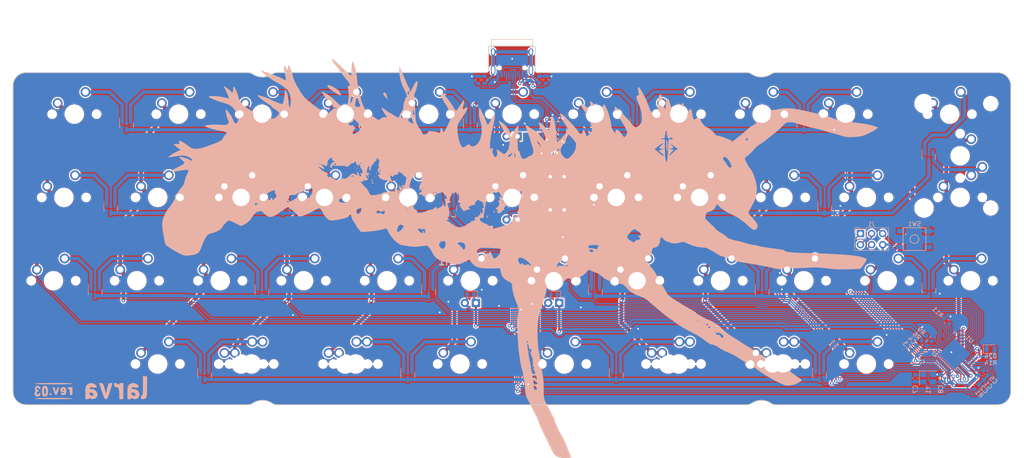
<source format=kicad_pcb>
(kicad_pcb (version 20221018) (generator pcbnew)
  (layers (0 "F.Cu" signal) (31 "B.Cu" signal) (34 "B.Paste" user) (35 "F.Paste" user) (36 "B.SilkS" user "B.Silkscreen") (37 "F.SilkS" user "F.Silkscreen") (38 "B.Mask" user) (39 "F.Mask" user) (44 "Edge.Cuts" user))
  (net 0 "")
  (net 1 "GND")
  (net 2 "+5V")
  (net 3 "Net-(U1-UCAP)")
  (net 4 "Net-(J2-SHIELD)")
  (net 5 "/Row0")
  (net 6 "Net-(U1-XTAL1)")
  (net 7 "Net-(U1-XTAL2)")
  (net 8 "Net-(MX1-ROW)")
  (net 9 "Net-(MX2-ROW)")
  (net 10 "Net-(MX3-ROW)")
  (net 11 "Net-(MX4-ROW)")
  (net 12 "Net-(MX5-ROW)")
  (net 13 "Net-(MX6-ROW)")
  (net 14 "Net-(MX7-ROW)")
  (net 15 "Net-(MX8-ROW)")
  (net 16 "/Row1")
  (net 17 "Net-(MX9-ROW)")
  (net 18 "Net-(MX10-ROW)")
  (net 19 "Net-(MX11-ROW)")
  (net 20 "Net-(MX12-ROW)")
  (net 21 "Net-(MX13-ROW)")
  (net 22 "Net-(MX14-ROW)")
  (net 23 "Net-(MX15-ROW)")
  (net 24 "Net-(MX16-ROW)")
  (net 25 "Net-(MX17-ROW)")
  (net 26 "Net-(MX18-ROW)")
  (net 27 "Net-(MX19-ROW)")
  (net 28 "Net-(MX20-ROW)")
  (net 29 "/Row2")
  (net 30 "Net-(MX43-ROW)")
  (net 31 "Net-(MX21-ROW)")
  (net 32 "Net-(MX22-ROW)")
  (net 33 "Net-(MX23-ROW)")
  (net 34 "Net-(MX24-ROW)")
  (net 35 "Net-(MX25-ROW)")
  (net 36 "Net-(MX26-ROW)")
  (net 37 "Net-(MX27-ROW)")
  (net 38 "Net-(MX28-ROW)")
  (net 39 "Net-(MX29-ROW)")
  (net 40 "Net-(MX30-ROW)")
  (net 41 "Net-(MX31-ROW)")
  (net 42 "/Row3")
  (net 43 "Net-(MX32-ROW)")
  (net 44 "Net-(MX33-ROW)")
  (net 45 "Net-(MX34-ROW)")
  (net 46 "Net-(MX35-ROW)")
  (net 47 "Net-(MX36-ROW)")
  (net 48 "Net-(MX37-ROW)")
  (net 49 "Net-(MX38-ROW)")
  (net 50 "Net-(MX39-ROW)")
  (net 51 "VCC")
  (net 52 "/Col0")
  (net 53 "/Col1")
  (net 54 "/Col2")
  (net 55 "/Col3")
  (net 56 "/Col4")
  (net 57 "/Col5")
  (net 58 "/Col6")
  (net 59 "/Col7")
  (net 60 "/Col8")
  (net 61 "/Col9")
  (net 62 "/Col11")
  (net 63 "/Col10")
  (net 64 "/RST")
  (net 65 "/D+")
  (net 66 "Net-(MX40-ROW)")
  (net 67 "/D-")
  (net 68 "Net-(MX41-ROW)")
  (net 69 "Net-(J2-CC1)")
  (net 71 "/LED0")
  (net 72 "/LED_MID")
  (net 73 "/LED1")
  (net 74 "Net-(J2-CC2)")
  (net 75 "/USBD+")
  (net 76 "/USBD-")
  (net 78 "Net-(U1-D+)")
  (net 79 "/MOSI")
  (net 80 "/SCK")
  (net 81 "/MISO")
  (net 82 "Net-(U1-D-)")
  (net 83 "Net-(U1-~{HWB}{slash}PE2)")
  (net 84 "/RGBOUT")
  (net 87 "/LED_TOP")
  (net 88 "/LED2")
  (net 89 "/LED3")
  (net 90 "/LED_LEFT")
  (net 91 "/LED_RIGHT")
  (net 92 "Net-(D24-A)")
  (footprint "MxSwitches:MXOnly-1.5U-NoLED" (layer "F.Cu") (at 51.9075 62.25)
    (fp_text reference "MX1")
    (fp_text value "MX-NoLED")
  )
  (footprint "MxSwitches:MXOnly-1U-NoLED" (layer "F.Cu") (at 75.72 62.25)
    (fp_text reference "MX2")
    (fp_text value "MX-NoLED")
  )
  (footprint "MxSwitches:MXOnly-1U-NoLED" (layer "F.Cu") (at 94.77 62.25)
    (fp_text reference "MX3")
    (fp_text value "MX-NoLED")
  )
  (footprint "MxSwitches:MXOnly-1U-NoLED" (layer "F.Cu") (at 113.82 62.25)
    (fp_text reference "MX4")
    (fp_text value "MX-NoLED")
  )
  (footprint "MxSwitches:MXOnly-1U-NoLED" (layer "F.Cu") (at 132.87 62.25)
    (fp_text reference "MX5")
    (fp_text value "MX-NoLED")
  )
  (footprint "MxSwitches:MXOnly-1U-NoLED" (layer "F.Cu") (at 170.97 62.25)
    (fp_text reference "MX7")
    (fp_text value "MX-NoLED")
  )
  (footprint "MxSwitches:MXOnly-1U-NoLED" (layer "F.Cu") (at 190.02 62.25)
    (fp_text reference "MX8")
    (fp_text value "MX-NoLED")
  )
  (footprint "MxSwitches:MXOnly-1U-NoLED" (layer "F.Cu") (at 209.07 62.25)
    (fp_text reference "MX9")
    (fp_text value "MX-NoLED")
  )
  (footprint "MxSwitches:MXOnly-1U-NoLED" (layer "F.Cu") (at 228.12 62.25)
    (fp_text reference "MX10")
    (fp_text value "MX-NoLED")
  )
  (footprint "MxSwitches:MXOnly-1.25U-NoLED" (layer "F.Cu") (at 49.52625 81.3)
    (fp_text reference "MX11")
    (fp_text value "MX-NoLED")
  )
  (footprint "MxSwitches:MXOnly-1U-NoLED" (layer "F.Cu") (at 70.9575 81.3)
    (fp_text reference "MX12")
    (fp_text value "MX-NoLED")
  )
  (footprint "MxSwitches:MXOnly-1U-NoLED" (layer "F.Cu") (at 90.0075 81.3)
    (fp_text reference "MX13")
    (fp_text value "MX-NoLED")
  )
  (footprint "MxSwitches:MXOnly-1U-NoLED" (layer "F.Cu") (at 109.0575 81.3)
    (fp_text reference "MX14")
    (fp_text value "MX-NoLED")
  )
  (footprint "MxSwitches:MXOnly-1U-NoLED" (layer "F.Cu") (at 128.1075 81.3)
    (fp_text reference "MX15")
    (fp_text value "MX-NoLED")
  )
  (footprint "MxSwitches:MXOnly-1U-NoLED" (layer "F.Cu") (at 175.7325 81.3)
    (fp_text reference "MX17")
    (fp_text value "MX-NoLED")
  )
  (footprint "MxSwitches:MXOnly-1U-NoLED" (layer "F.Cu") (at 194.7825 81.3)
    (fp_text reference "MX18")
    (fp_text value "MX-NoLED")
  )
  (footprint "MxSwitches:MXOnly-1U-NoLED" (layer "F.Cu") (at 213.8325 81.3)
    (fp_text reference "MX19")
    (fp_text value "MX-NoLED")
  )
  (footprint "MxSwitches:MXOnly-1U-NoLED" (layer "F.Cu") (at 232.8825 81.3)
    (fp_text reference "MX20")
    (fp_text value "MX-NoLED")
  )
  (footprint "MxSwitches:MXOnly-ISO-ROTATED-ReversedStabilizers-NoLED" (layer "F.Cu") (at 254.31375 71.775)
    (fp_text reference "MX21")
    (fp_text value "MX-NoLED")
  )
  (footprint "MxSwitches:MXOnly-1U-NoLED" (layer "F.Cu") (at 47.145 100.35)
    (fp_text reference "MX22")
    (fp_text value "MX-NoLED")
  )
  (footprint "MxSwitches:MXOnly-1U-NoLED" (layer "F.Cu") (at 66.195 100.35)
    (fp_text reference "MX23")
    (fp_text value "MX-NoLED")
  )
  (footprint "MxSwitches:MXOnly-1U-NoLED" (layer "F.Cu") (at 85.245 100.35)
    (fp_text reference "MX24")
    (fp_text value "MX-NoLED")
  )
  (footprint "MxSwitches:MXOnly-1U-NoLED" (layer "F.Cu") (at 104.295 100.35)
    (fp_text reference "MX25")
    (fp_text value "MX-NoLED")
  )
  (footprint "MxSwitches:MXOnly-1U-NoLED" (layer "F.Cu") (at 123.345 100.35)
    (fp_text reference "MX26")
    (fp_text value "MX-NoLED")
  )
  (footprint "MxSwitches:MXOnly-1U-NoLED" (layer "F.Cu") (at 180.495 100.35)
    (fp_text reference "MX29")
    (fp_text value "MX-NoLED")
  )
  (footprint "MxSwitches:MXOnly-1U-NoLED" (layer "F.Cu") (at 199.545 100.35)
    (fp_text reference "MX30")
    (fp_text value "MX-NoLED")
  )
  (footprint "MxSwitches:MXOnly-1U-NoLED" (layer "F.Cu") (at 218.595 100.35)
    (fp_text reference "MX31")
    (fp_text value "MX-NoLED")
  )
  (footprint "MxSwitches:MXOnly-1U-NoLED" (layer "F.Cu") (at 237.645 100.35)
    (fp_text reference "MX32")
    (fp_text value "MX-NoLED")
  )
  (footprint "MxSwitches:MXOnly-1U-NoLED" (layer "F.Cu") (at 256.695 100.35)
    (fp_text reference "MX33")
    (fp_text value "MX-NoLED")
  )
  (footprint "MxSwitches:MXOnly-1U-NoLED" (layer "F.Cu") (at 70.9575 119.4)
    (fp_text reference "MX34")
    (fp_text value "MX-NoLED")
  )
  (footprint "MxSwitches:MXOnly-1.25U-NoLED" (layer "F.Cu") (at 92.38875 119.4)
    (fp_text reference "MX35")
    (fp_text value "MX-NoLED")
  )
  (footprint "MxSwitches:MXOnly-1.25U-NoLED" (layer "F.Cu") (at 116.20125 119.4)
    (fp_text reference "MX36")
    (fp_text value "MX-NoLED")
  )
  (footprint "MxSwitches:MXOnly-1.25U-NoLED" (layer "F.Cu") (at 140.01375 119.4)
    (fp_text reference "MX37")
    (fp_text value "MX-NoLED")
  )
  (footprint "MxSwitches:MXOnly-1.25U-NoLED" (layer "F.Cu") (at 163.82625 119.4)
    (fp_text reference "MX38")
    (fp_text value "MX-NoLED")
  )
  (footprint "MxSwitches:MXOnly-1.25U-NoLED" (layer "F.Cu") (at 187.63875 119.4)
    (fp_text reference "MX39")
    (fp_text value "MX-NoLED")
  )
  (footprint "MxSwitches:MXOnly-1.25U-NoLED" (layer "F.Cu") (at 211.45125 119.4)
    (fp_text reference "MX40")
    (fp_text value "MX-NoLED")
  )
  (footprint "MxSwitches:MXOnly-1U-NoLED" (layer "F.Cu") (at 232.8825 119.4)
    (fp_text reference "MX41")
    (fp_text value "MX-NoLED")
  )
  (footprint "MxSwitches:MXOnly-1U" (layer "F.Cu") (at 151.92 62.25)
    (fp_text reference "MX6")
    (fp_text value "MX-LED")
  )
  (footprint "MxSwitches:MXOnly-1.5U" (layer "F.Cu") (at 151.92 81.29)
    (fp_text reference "MX16")
    (fp_text value "MX-LED")
  )
  (footprint "MxSwitches:MXOnly-1U" (layer "F.Cu") (at 142.395 100.35)
    (fp_text reference "MX27")
    (fp_text value "MX-LED")
  )
  (footprint "MxSwitches:MXOnly-1U" (layer "F.Cu") (at 161.445 100.35)
    (fp_text reference "MX28")
    (fp_text value "MX-LED")
  )
  (footprint "PCM_marbastlib-mx:SW_MX_1.5u" (layer "F.Cu") (at 190.02 119.4)
    (fp_text reference "MX46")
    (fp_text value "MX-NoLED" hide)
  )
  (footprint "PCM_marbastlib-mx:SW_MX_1u" (layer "F.Cu") (at 90.0075 119.4)
    (fp_text reference "MX44")
    (fp_text value "MX-NoLED" hide)
  )
  (footprint "PCM_marbastlib-mx:SW_MX_1.25u" (layer "F.Cu") (at 254.31375 81.3)
    (fp_text reference "MX42")
    (fp_text value "MX-NoLED" hide)
  )
  (footprint "PCM_marbastlib-mx:SW_MX_1.5u" (layer "F.Cu") (at 251.9325 62.25)
    (fp_text reference "MX43")
    (fp_text value "MX-NoLED" hide)
  )
  (footprint "Resistor_THT:R_Axial_DIN0207_L6.3mm_D2.5mm_P7.62mm_Horizontal" (layer "F.Cu") (at 163.82625 76.5375 -90)
    (fp_text reference "R12" hide)
    (fp_text value "680")
  )
  (footprint "Resistor_THT:R_Axial_DIN0207_L6.3mm_D2.5mm_P7.62mm_Horizontal" (layer "F.Cu") (at 160.65125 76.5375 -90)
    (fp_text reference "R13" hide)
    (fp_text value "680")
  )
  (footprint "PCM_marbastlib-mx:SW_MX_1.5u" (layer "F.Cu") (at 113.82 119.4)
    (fp_text reference "MX45")
    (fp_text value "MX-NoLED" hide)
  )
  (footprint "PCM_marbastlib-mx:SW_MX_1u" (layer "F.Cu") (at 213.8325 119.4)
    (fp_text reference "MX47")
    (fp_text value "MX-NoLED" hide)
  )
  (footprint "Capacitor_SMD:C_0603_1608Metric" (layer "B.Cu") (at 259.124621 122.453009 -45)
    (fp_text reference "C1")
    (fp_text value "0.1uF")
  )
  (footprint "Capacitor_SMD:C_0603_1608Metric" (layer "B.Cu") (at 258.046992 123.530639 -45)
    (fp_text reference "C2")
    (fp_text value "0.1uF")
  )
  (footprint "Capacitor_SMD:C_0603_1608Metric" (layer "B.Cu") (at 243.947184 116.826906 135)
    (fp_text reference "C3")
    (fp_text value "0.1uF")
  )
  (footprint "Capacitor_SMD:C_0603_1608Metric" (layer "B.Cu") (at 158.145 54.35 90)
    (fp_text reference "C6" hide)
    (fp_text value "100nF")
  )
  (footprint "Package_TO_SOT_SMD:SOT-23" (layer "B.Cu") (at 63.81375 64.821875 -90)
    (fp_text reference "D1" hide)
    (fp_text value "BAT54C")
  )
  (footprint "Package_TO_SOT_SMD:SOT-23" (layer "B.Cu") (at 104.295 64.821875 -90)
    (fp_text reference "D2" hide)
    (fp_text value "BAT54C")
  )
  (footprint "Package_TO_SOT_SMD:SOT-23" (layer "B.Cu") (at 142.395 64.821875 -90)
    (fp_text reference "D3" hide)
    (fp_text value "BAT54C")
  )
  (footprint "Package_TO_SOT_SMD:SOT-23" (layer "B.Cu") (at 180.495 64.821875 -90)
    (fp_text reference "D4" hide)
    (fp_text value "BAT54C")
  )
  (footprint "Package_TO_SOT_SMD:SOT-23" (layer "B.Cu") (at 218.595 64.821875 -90)
    (fp_text reference "D5" hide)
    (fp_text value "BAT54C")
  )
  (footprint "Package_TO_SOT_SMD:SOT-23" (layer "B.Cu") (at 60.241875 83.871875 -90)
    (fp_text reference "D6" hide)
    (fp_text value "BAT54C")
  )
  (footprint "Package_TO_SOT_SMD:SOT-23" (layer "B.Cu") (at 99.5325 83.871875 -90)
    (fp_text reference "D7" hide)
    (fp_text value "BAT54C")
  )
  (footprint "Package_TO_SOT_SMD:SOT-23" (layer "B.Cu") (at 137.6325 83.871875 -90)
    (fp_text reference "D8" hide)
    (fp_text value "BAT54C")
  )
  (footprint "Package_TO_SOT_SMD:SOT-23" (layer "B.Cu") (at 185.2575 83.871875 -90)
    (fp_text reference "D9" hide)
    (fp_text value "BAT54C")
  )
  (footprint "Package_TO_SOT_SMD:SOT-23" (layer "B.Cu") (at 223.3575 83.871875 -90)
    (fp_text reference "D10" hide)
    (fp_text value "BAT54C")
  )
  (footprint "Package_TO_SOT_SMD:SOT-23" (layer "B.Cu") (at 247.17 71.965625 -90)
    (fp_text reference "D11" hide)
    (fp_text value "BAT54C")
  )
  (footprint "Package_TO_SOT_SMD:SOT-23" (layer "B.Cu") (at 56.67 102.921875 -90)
    (fp_text reference "D12" hide)
    (fp_text value "BAT54C")
  )
  (footprint "Package_TO_SOT_SMD:SOT-23" (layer "B.Cu") (at 94.77 102.921875 -90)
    (fp_text reference "D13" hide)
    (fp_text value "BAT54C")
  )
  (footprint "Package_TO_SOT_SMD:SOT-23" (layer "B.Cu") (at 132.87 102.921875 -90)
    (fp_text reference "D14" hide)
    (fp_text value "BAT54C")
  )
  (footprint "Package_TO_SOT_SMD:SOT-23" (layer "B.Cu") (at 170.97 102.921875 -90)
    (fp_text reference "D15" hide)
    (fp_text value "BAT54C")
  )
  (footprint "Package_TO_SOT_SMD:SOT-23" (layer "B.Cu") (at 209.07 102.921875 -90)
    (fp_text reference "D16" hide)
    (fp_text value "BAT54C")
  )
  (footprint "Package_TO_SOT_SMD:SOT-23" (layer "B.Cu") (at 81.673125 121.971875 -90)
    (fp_text reference "D19" hide)
    (fp_text value "BAT54C")
  )
  (footprint "Package_TO_SOT_SMD:SOT-23" (layer "B.Cu") (at 128.1075 121.971875 -90)
    (fp_text reference "D20" hide)
    (fp_text value "BAT54C")
  )
  (footprint "Package_TO_SOT_SMD:SOT-23" (layer "B.Cu") (at 175.7325 121.971875 -90)
    (fp_text reference "D21" hide)
    (fp_text value "BAT54C")
  )
  (footprint "Package_TO_SOT_SMD:SOT-23" (layer "B.Cu") (at 222.166875 121.971875 -90)
    (fp_text reference "D22" hide)
    (fp_text value "BAT54C")
  )
  (footprint "Fuse:Fuse_1206_3216Metric" (layer "B.Cu") (at 163.431915 65.821875 -90)
    (fp_text reference "F1" hide)
    (fp_text value "500mA")
  )
  (footprint "Resistor_SMD:R_0603_1608Metric" (layer "B.Cu") (at 256.964947 124.606779 -45)
    (fp_text reference "R1")
    (fp_text value "10k")
  )
  (footprint "Resistor_SMD:R_0603_1608Metric" (layer "B.Cu") (at 161.050665 69.39375 90)
    (fp_text reference "R2" hide)
    (fp_text value "22")
  )
  (footprint "Resistor_SMD:R_0603_1608Metric" (layer "B.Cu") (at 159.669 54.35 90)
    (fp_text reference "R5" hide)
    (fp_text value "5.1k")
  )
  (footprint "KeebParts:SKQG-1155865" (layer "B.Cu") (at 243.8781 90.83294 180)
    (fp_text reference "SW1")
    (fp_text value "SW_Push")
  )
  (footprint "Package_TO_SOT_SMD:SOT-23" (layer "B.Cu") (at 247.18 102.6425 -90)
    (fp_text reference "D17" hide)
    (fp_text value "BAT54C")
  )
  (footprint "Package_TO_SOT_SMD:SOT-23-6" (layer "B.Cu") (at 159.86004 65.821875 90)
    (fp_text reference "U2" hide)
    (fp_text value "USBLC6-2SC6")
  )
  (footprint "Resistor_SMD:R_0603_1608Metric" (layer "B.Cu") (at 158.669415 69.39375 90)
    (fp_text reference "R3")
    (fp_text value "22")
  )
  (footprint "Crystal:Crystal_SMD_3225-4Pin_3.2x2.5mm" (layer "B.Cu") (at 246.995 122.65)
    (fp_text reference "Y1")
    (fp_text value "Crystal_GND24_Small")
  )
  (footprint "Capacitor_SMD:C_0603_1608Metric" (layer "B.Cu") (at 245.024814 115.749275 135)
    (fp_text reference "C4")
    (fp_text value "10uF")
  )
  (footprint "Resistor_SMD:R_0603_1608Metric" (layer "B.Cu") (at 144.145 54.4 -90)
    (fp_text reference "R4" hide)
    (fp_text value "5.1k")
  )
  (footprint "Resistor_SMD:R_0603_1608Metric" (layer "B.Cu") (at 145.645 54.4 -90)
    (fp_text reference "R10" hide)
    (fp_text value "1M")
  )
  (footprint "Capacitor_SMD:C_0603_1608Metric" (layer "B.Cu") (at 260.20353 121.368915 -45)
    (fp_text reference "C5")
    (fp_text value "1uF")
  )
  (footprint "Resistor_SMD:R_0603_1608Metric" (layer "B.Cu") (at 158.27 78.15625 -90)
    (fp_text reference "R7")
    (fp_text value "680")
  )
  (footprint "Resistor_SMD:R_0603_1608Metric" (layer "B.Cu") (at 166.2075 78.15625 -90)
    (fp_text reference "R8")
    (fp_text value "680")
  )
  (footprint "Resistor_SMD:R_0603_1608Metric" (layer "B.Cu") (at 251.226637 109.626637 135)
    (fp_text reference "R11")
    (fp_text value "10k")
  )
  (footprint "Connector_PinHeader_2.54mm:PinHeader_2x03_P2.54mm_Vertical" (layer "B.Cu") (at 231.5337 89.5604 -90)
    (fp_text reference "J1")
    (fp_text value "Conn_02x03_Odd_Even")
  )
  (footprint "Capacitor_SMD:C_0603_1608Metric" (layer "B.Cu") (at 244.096142 122.653223 -90)
    (fp_text reference "C7")
    (fp_text value "22pF")
  )
  (footprint "Capacitor_SMD:C_0603_1608Metric" (layer "B.Cu") (at 249.886142 122.653223 -90)
    (fp_text reference "C8")
    (fp_text value "22pF")
  )
  (footprint "LED_SMD:LED_0603_1608Metric" (layer "B.Cu") (at 142.455 103.42 180)
    (fp_text reference "D18" hide)
    (fp_text value "smd1")
  )
  (footprint "LED_SMD:LED_0603_1608Metric" (layer "B.Cu") (at 161.495 103.47 180)
    (fp_text reference "D23" hide)
    (fp_text value "smd2")
  )
  (footprint "Resistor_SMD:R_0603_1608Metric" (layer "B.Cu") (at 246.100757 114.671743 -45)
    (fp_text reference "R6")
    (fp_text value "680")
  )
  (footprint "Resistor_SMD:R_0603_1608Metric" (layer "B.Cu") (at 247.189702 113.582798 -45)
    (fp_text reference "R9")
    (fp_text value "680")
  )
  (footprint "Connector_USB:USB_C_Receptacle_HRO_TYPE-C-31-M-12" (layer "B.Cu") (at 151.92 49.053125)
    (fp_text reference "J2" hide)
    (fp_text value "USB_C_Receptacle_USB2.0")
  )
  (footprint "LarvaLogo:larvalogo3" (layer "B.Cu") (at 136.665286 96.020467 180)
    (fp_text reference "H1")
    (fp_text value "MountingHole" hide)
  )
  (footprint "LarvaLogo:larvasidelines" (layer "B.Cu") (at 151.75 90.7 180)
    (fp_text reference "H2" hide)
    (fp_text value "MountingHole" hide)
  )
  (footprint "Package_DFN_QFN:QFN-44-1EP_7x7mm_P0.5mm_EP5.2x5.2mm" (layer "B.Cu") (at 253.033478 117.119239 135)
    (fp_text reference "U1")
    (fp_text value "ATmega32U4-M")
  )
  (footprint "Resistor_SMD:R_0603_1608Metric_Pad0.98x0.95mm_HandSolder" (layer "B.Cu") (at 261.287144 117.688077)
    (fp_text reference "R14")
    (fp_text value "300")
  )
  (footprint "LED_SMD:LED_0805_2012Metric" (layer "B.Cu") (at 261.284644 115.998076)
    (fp_text reference "D24")
    (fp_text value "LED")
  )
  (gr_line (start 157.235 47.13) (end 157.235 52.23) (stroke (width 0.2)) (layer "Edge.Cuts"))
  (gr_line (start 146.535 47.13) (end 146.535 52.23) (stroke (width 0.2)) (layer "Edge.Cuts"))
  (gr_arc (start 146.535 52.23) (mid 146.388553 52.583553) (end 146.035 52.73) (stroke (width 0.2)) (layer "Edge.Cuts"))
  (gr_line (start 262.885 52.73) (end 212.201625 52.73) (stroke (width 0.2)) (layer "Edge.Cuts"))
  (gr_arc (start 97.096083 53.063333) (mid 94.885 53.73) (end 92.673917 53.063333) (stroke (width 0.2)) (layer "Edge.Cuts"))
  (gr_arc (start 265.885 125.73) (mid 265.00632 127.85132) (end 262.885 128.73) (stroke (width 0.2)) (layer "Edge.Cuts"))
  (gr_arc (start 37.885 55.73) (mid 38.76368 53.60868) (end 40.885 52.73) (stroke (width 0.2)) (layer "Edge.Cuts"))
  (gr_line (start 146.035 52.73) (end 98.201625 52.73) (stroke (width 0.2)) (layer "Edge.Cuts"))
  (gr_arc (start 211.096083 53.063333) (mid 211.624275 52.815152) (end 212.201625 52.73) (stroke (width 0.2)) (layer "Edge.Cuts"))
  (gr_arc (start 146.535 47.13) (mid 146.681447 46.776447) (end 147.035 46.63) (stroke (width 0.2)) (layer "Edge.Cuts"))
  (gr_arc (start 156.735 46.63) (mid 157.088553 46.776447) (end 157.235 47.13) (stroke (width 0.2)) (layer "Edge.Cuts"))
  (gr_arc (start 91.568375 52.73) (mid 92.145725 52.815146) (end 92.673917 53.063333) (stroke (width 0.2)) (layer "Edge.Cuts"))
  (gr_arc (start 92.673917 128.396667) (mid 92.145725 128.644854) (end 91.568375 128.73) (stroke (width 0.2)) (layer "Edge.Cuts"))
  (gr_line (start 40.885 128.73) (end 91.568375 128.73) (stroke (width 0.2)) (layer "Edge.Cuts"))
  (gr_arc (start 157.735 52.73) (mid 157.381447 52.583553) (end 157.235 52.23) (stroke (width 0.2)) (layer "Edge.Cuts"))
  (gr_arc (start 92.673917 128.396667) (mid 94.885 127.73) (end 97.096083 128.396667) (stroke (width 0.2)) (layer "Edge.Cuts"))
  (gr_arc (start 211.096083 53.063333) (mid 208.885 53.73) (end 206.673917 53.063333) (stroke (width 0.2)) (layer "Edge.Cuts"))
  (gr_arc (start 212.201625 128.73) (mid 211.624272 128.644861) (end 211.096083 128.396667) (stroke (width 0.2)) (layer "Edge.Cuts"))
  (gr_arc (start 98.201625 128.73) (mid 97.624275 128.644854) (end 97.096083 128.396667) (stroke (width 0.2)) (layer "Edge.Cuts"))
  (gr_line (start 205.568375 52.73) (end 157.735 52.73) (stroke (width 0.2)) (layer "Edge.Cuts"))
  (gr_arc (start 262.885 52.73) (mid 265.00632 53.60868) (end 265.885 55.73) (stroke (width 0.2)) (layer "Edge.Cuts"))
  (gr_line (start 265.885 125.73) (end 265.885 55.73) (stroke (width 0.2)) (layer "Edge.Cuts"))
  (gr_arc (start 40.885 128.73) (mid 38.76368 127.85132) (end 37.885 125.73) (stroke (width 0.2)) (layer "Edge.Cuts"))
  (gr_line (start 37.885 55.73) (end 37.885 125.73) (stroke (width 0.2)) (layer "Edge.Cuts"))
  (gr_arc (start 205.568375 52.73) (mid 206.145728 52.815139) (end 206.673917 53.063333) (stroke (width 0.2)) (layer "Edge.Cuts"))
  (gr_line (start 147.035 46.63) (end 156.735 46.63) (stroke (width 0.2)) (layer "Edge.Cuts"))
  (gr_arc (start 206.673917 128.396667) (mid 208.885 127.73) (end 211.096083 128.396667) (stroke (width 0.2)) (layer "Edge.Cuts"))
  (gr_line (start 91.568375 52.73) (end 40.885 52.73) (stroke (width 0.2)) (layer "Edge.Cuts"))
  (gr_arc (start 97.096083 53.063333) (mid 97.624275 52.815146) (end 98.201625 52.73) (stroke (width 0.2)) (layer "Edge.Cuts"))
  (gr_arc (start 206.673917 128.396667) (mid 206.145725 128.644848) (end 205.568375 128.73) (stroke (width 0.2)) (layer "Edge.Cuts"))
  (gr_line (start 212.201625 128.73) (end 262.885 128.73) (stroke (width 0.2)) (layer "Edge.Cuts"))
  (gr_line (start 98.201625 128.73) (end 205.568375 128.73) (stroke (width 0.2)) (layer "Edge.Cuts"))
  (gr_text "CAPS" (at 161.62 80.35 90) (layer "F.SilkS") (effects (font (size 1.5 1.5) (thickness 0.3) bold) (justify bottom)))
  (gr_text "NUM" (at 164.783534 80.4 90) (layer "F.SilkS") (effects (font (size 1.5 1.5) (thickness 0.3) bold) (justify bottom)))
  (via (at 101.845 108.2) (size 0.8) (drill 0.4) (layers "F.Cu" "B.Cu") (net 1))
  (via (at 142.745 53.6) (size 0.8) (drill 0.4) (layers "F.Cu" "B.Cu") (net 1))
  (via (at 226.94646 83.23834) (size 0.8) (drill 0.4) (layers "F.Cu" "B.Cu") (net 1))
  (via (at 257.416834 115.174695) (size 0.8) (drill 0.4) (layers "F.Cu" "B.Cu") (net 1))
  (via (at 170.595 82.98) (size 0.8) (drill 0.4) (layers "F.Cu" "B.Cu") (net 1))
  (via (at 154.81554 64.39662) (size 0.8) (drill 0.4) (layers "F.Cu" "B.Cu") (net 1))
  (via (at 155.63094 124.05328) (size 0.8) (drill 0.4) (layers "F.Cu" "B.Cu") (net 1))
  (via (at 156.405 105.66) (size 0.8) (drill 0.4) (layers "F.Cu" "B.Cu") (net 1))
  (via (at 249.65914 103.30942) (size 0.8) (drill 0.4) (layers "F.Cu" "B.Cu") (net 1))
  (via (at 155.972542 55.149458) (size 0.8) (drill 0.4) (layers "F.Cu" "B.Cu") (net 1))
  (via (at 163.495 90.4) (size 0.8) (drill 0.4) (layers "F.Cu" "B.Cu") (net 1))
  (via (at 237.515 112.73) (size 0.8) (drill 0.4) (layers "F.Cu" "B.Cu") (net 1))
  (via (at 149.895 69.275) (size 0.8) (drill 0.4) (layers "F.Cu" "B.Cu") (net 1))
  (via (at 213.08822 98.6028) (size 0.8) (drill 0.4) (layers "F.Cu" "B.Cu") (net 1))
  (via (at 167.645 106.45) (size 0.8) (drill 0.4) (layers "F.Cu" "B.Cu") (net 1))
  (via (at 249.07 121.8) (size 0.8) (drill 0.4) (layers "F.Cu" "B.Cu") (net 1))
  (via (at 180.725 111.37) (size 0.8) (drill 0.4) (layers "F.Cu" "B.Cu") (net 1))
  (via (at 245.695 110.9) (size 0.8) (drill 0.4) (layers "F.Cu" "B.Cu") (net 1))
  (via (at 147.983 54.921) (size 0.8) (drill 0.4) (layers "F.Cu" "B.Cu") (net 1))
  (via (at 135.395 107.6) (size 0.8) (drill 0.4) (layers "F.Cu" "B.Cu") (net 1))
  (via (at 252.11 108.54) (size 0.8) (drill 0.4) (layers "F.Cu" "B.Cu") (net 1))
  (via (at 137.37082 105.16616) (size 0.8) (drill 0.4) (layers "F.Cu" "B.Cu") (net 1))
  (via (at 161.19348 62.40272) (size 0.8) (drill 0.4) (layers "F.Cu" "B.Cu") (net 1))
  (via (at 160.945 53.6) (size 0.8) (drill 0.4) (layers "F.Cu" "B.Cu") (net 1))
  (via (at 151.955 49.58) (size 0.8) (drill 0.4) (layers "F.Cu" "B.Cu") (net 1))
  (via (at 213.59114 102.34676) (size 0.8) (drill 0.4) (layers "F.Cu" "B.Cu") (net 1))
  (via (at 148.945 106.1) (size 0.8) (drill 0.4) (layers "F.Cu" "B.Cu") (net 1))
  (via (at 159.85998 68.05422) (size 0.8) (drill 0.4) (layers "F.Cu" "B.Cu") (net 1))
  (via (at 258.5 120.2755) (size 0.8) (drill 0.4) (layers "F.Cu" "B.Cu") (net 1))
  (via (at 144.995 102.4) (size 0.8) (drill 0.4) (layers "F.Cu" "B.Cu") (net 1))
  (via (at 252.32 116.71) (size 0.8) (drill 0.4) (layers "F.Cu" "B.Cu") (net 1))
  (segment (start 249.886142 121.878223) (end 249.914924 121.878223) (width 0.25) (layer "B.Cu") (net 1))
  (segment (start 257.617678 120.4) (end 257.167678 119.95) (width 0.25) (layer "B.Cu") (net 1))
  (segment (start 155.17 54.346916) (end 155.972542 55.149458) (width 0.5) (layer "B.Cu") (net 1))
  (segment (start 253.033478 114.289239) (end 253.033478 117.119239) (width 0.25) (layer "B.Cu") (net 1))
  (segment (start 251.910761 117.119239) (end 252.32 116.71) (width 0.25) (layer "B.Cu") (net 1))
  (segment (start 249.07 121.8) (end 249.148223 121.878223) (width 0.25) (layer "B.Cu") (net 1))
  (segment (start 245.895 123.5) (end 245.995 123.5) (width 0.25) (layer "B.Cu") (net 1))
  (segment (start 159.86004 66.921875) (end 159.86004 68.05416) (width 0.5) (layer "B.Cu") (net 1))
  (segment (start 255.729893 119.125654) (end 255.223478 118.619239) (width 0.25) (layer "B.Cu") (net 1))
  (segment (start 148.67 53.798125) (end 148.67 54.234) (width 0.5) (layer "B.Cu") (net 1))
  (segment (start 246.85792 124.425001) (end 250.142198 124.425001) (width 0.25) (layer "B.Cu") (net 1))
  (segment (start 243.399176 116.278898) (end 243.399176 116.278897) (width 0.5) (layer "B.Cu") (net 1))
  (segment (start 250.686152 123.881047) (end 250.686152 122.678233) (width 0.25) (layer "B.Cu") (net 1))
  (segment (start 244.096142 123.428223) (end 245.823223 123.428223) (width 0.25) (layer "B.Cu") (net 1))
  (segment (start 258.5 120.2755) (end 258.8555 119.92) (width 0.25) (layer "B.Cu") (net 1))
  (segment (start 260.540917 120.57561) (end 260.540917 121.706302) (width 0.25) (layer "B.Cu") (net 1))
  (segment (start 256.80766 116.173484) (end 256.819233 116.173484) (width 0.25) (layer "B.Cu") (net 1))
  (segment (start 249.357733 116.944352) (end 249.53262 117.119239) (width 0.25) (layer "B.Cu") (net 1))
  (segment (start 258.8555 119.92) (end 259.885307 119.92) (width 0.25) (layer "B.Cu") (net 1))
  (segment (start 248.905742 116.527037) (end 249.323057 116.944352) (width 0.25) (layer "B.Cu") (net 1))
  (segment (start 249.323057 116.944352) (end 249.357733 116.944352) (width 0.25) (layer "B.Cu") (net 1))
  (segment (start 245.895 123.5) (end 245.932919 123.5) (width 0.25) (layer "B.Cu") (net 1))
  (segment (start 148.67 54.234) (end 147.983 54.921) (width 0.5) (layer "B.Cu") (net 1))
  (segment (start 245.932919 123.5) (end 246.85792 124.425001) (width 0.25) (layer "B.Cu") (net 1))
  (segment (start 251.380616 120.186315) (end 249.886142 121.680789) (width 0.25) (layer "B.Cu") (net 1))
  (segment (start 253.97766 113.345057) (end 253.033478 114.289239) (width 0.25) (layer "B.Cu") (net 1))
  (segment (start 243.399176 116.278897) (end 244.476806 115.201267) (width 0.5) (layer "B.Cu") (net 1))
  (segment (start 258.595 124.073461) (end 260.751538 121.916923) (width 0.5) (layer "B.Cu") (net 1))
  (segment (start 258.3755 120.4) (end 257.617678 120.4) (width 0.25) (layer "B.Cu") (net 1))
  (segment (start 254.333478 112.989239) (end 254.753478 112.569239) (width 0.25) (layer "B.Cu") (net 1))
  (segment (start 245.823223 123.428223) (end 245.895 123.5) (width 0.25) (layer "B.Cu") (net 1))
  (segment (start 252.729239 117.119239) (end 253.033478 117.119239) (width 0.25) (layer "B.Cu") (net 1))
  (segment (start 250.142198 124.425001) (end 250.686152 123.881047) (width 0.25) (layer "B.Cu") (net 1))
  (segment (start 250.686152 122.678233) (end 249.886142 121.878223) (width 0.25) (layer "B.Cu") (net 1))
  (segment (start 259.885307 119.92) (end 260.540917 120.57561) (width 0.25) (layer "B.Cu") (net 1))
  (segment (start 249.53262 117.119239) (end 251.910761 117.119239) (width 0.25) (layer "B.Cu") (net 1))
  (segment (start 258.5 120.2755) (end 258.3755 120.4) (width 0.25) (layer "B.Cu") (net 1))
  (segment (start 247.695 121.8) (end 248.095 121.8) (width 0.25) (layer "B.Cu") (net 1))
  (segment (start 256.819233 116.173484) (end 257.416834 115.575883) (width 0.25) (layer "B.Cu") (net 1))
  (segment (start 257.167678 119.95) (end 256.571346 119.95) (width 0.25) (layer "B.Cu") (net 1))
  (segment (start 256.571346 119.95) (end 255.747 119.125654) (width 0.25) (layer "B.Cu") (net 1))
  (segment (start 249.886142 121.680789) (end 249.886142 121.878223) (width 0.25) (layer "B.Cu") (net 1))
  (segment (start 258.595 124.078647) (end 258.595 124.073461) (width 0.5) (layer "B.Cu") (net 1))
  (segment (start 159.86004 68.05416) (end 159.85998 68.05422) (width 0.5) (layer "B.Cu") (net 1))
  (segment (start 249.807919 121.8) (end 249.886142 121.878223) (width 0.25) (layer "B.Cu") (net 1))
  (segment (start 249.148223 121.878223) (end 249.886142 121.878223) (width 0.25) (layer "B.Cu") (net 1))
  (segment (start 256.80766 116.173484) (end 256.002116 116.979028) (width 0.25) (layer "B.Cu") (net 1))
  (segment (start 252.32 116.71) (end 252.729239 117.119239) (width 0.25) (layer "B.Cu") (net 1))
  (segment (start 254.753478 112.569239) (end 254.753478 112.369239) (width 0.25) (layer "B.Cu") (net 1))
  (segment (start 260.540917 121.706302) (end 260.751538 121.916923) (width 0.25) (layer "B.Cu") (net 1))
  (segment (start 248.095 121.8) (end 249.807919 121.8) (width 0.25) (layer "B.Cu") (net 1))
  (segment (start 155.17 53.798125) (end 155.17 54.346916) (width 0.5) (layer "B.Cu") (net 1))
  (segment (start 231.5337 92.1004) (end 232.898699 90.735401) (width 0.25) (layer "F.Cu") (net 2))
  (segment (start 258.5 117.67) (end 258.5 117.595) (width 0.5) (layer "F.Cu") (net 2))
  (segment (start 166.567918 87.675) (end 169.26 84.982918) (width 0.5) (layer "F.Cu") (net 2))
  (segment (start 229.89243 94.37244) (end 228.956848 95.30802) (width 0.25) (layer "F.Cu") (net 2))
  (segment (start 258.425 117.67) (end 258.5 117.67) (width 0.5) (layer "F.Cu") (net 2))
  (segment (start 255.606982 119.453018) (end 258.040807 121.886843) (width 0.5) (layer "F.Cu") (net 2))
  (segment (start 254.85952 118.705556) (end 254.85952 111.33548) (width 0.5) (layer "F.Cu") (net 2))
  (segment (start 169.26 75.78) (end 164.785663 71.305663) (width 0.5) (layer "F.Cu") (net 2))
  (segment (start 251.736995 123.058005) (end 251.736995 120.742223) (width 0.8) (layer "F.Cu") (net 2))
  (segment (start 162.215019 71.305663) (end 162.215019 69.666661) (width 0.5) (layer "F.Cu") (net 2))
  (segment (start 169.26 84.982918) (end 169.26 75.78) (width 0.5) (layer "F.Cu") (net 2))
  (segment (start 254.73452 118.757332) (end 254.73452 113.86048) (width 0.25) (layer "F.Cu") (net 2))
  (segment (start 255.606982 119.453018) (end 255.903964 119.75) (width 0.5) (layer "F.Cu") (net 2))
  (segment (start 258.695 116.4) (end 258.195 115.9) (width 0.5) (layer "F.Cu") (net 2))
  (segment (start 258.695 117.4) (end 258.695 116.4) (width 0.5) (layer "F.Cu") (net 2))
  (segment (start 157.611383 89.308617) (end 159.245 87.675) (width 0.5) (layer "F.Cu") (net 2))
  (segment (start 153.83 106.445) (end 153.83 106.791311) (width 0.5) (layer "F.Cu") (net 2))
  (segment (start 153.83 106.791311) (end 153.97999 106.941301) (width 0.5) (layer "F.Cu") (net 2))
  (segment (start 232.898699 90.735401) (end 232.898699 88.640397) (width 0.25) (layer "F.Cu") (net 2))
  (segment (start 256.176114 124.3055) (end 252.89 124.3055) (width 0.8) (layer "F.Cu") (net 2))
  (segment (start 151.827501 65.927499) (end 150.65 67.105) (width 0.5) (layer "F.Cu") (net 2))
  (segment (start 254.85952 118.705556) (end 255.606982 119.453018) (width 0.5) (layer "F.Cu") (net 2))
  (segment (start 256.345 119.75) (end 258.425 117.67) (width 0.5) (layer "F.Cu") (net 2))
  (segment (start 163.43122 68.45046) (end 160.908259 65.927499) (width 0.5) (layer "F.Cu") (net 2))
  (segment (start 229.89243 88.916668) (end 229.89243 94.37244) (width 0.25) (layer "F.Cu") (net 2))
  (segment (start 157.611383 89.308213) (end 157.611383 89.308617) (width 0.5) (layer "F.Cu") (net 2))
  (segment (start 245.00885 117.59878) (end 245.00885 117.943361) (width 0.25) (layer "F.Cu") (net 2))
  (segment (start 249.034772 118.04) (end 245.143508 118.04) (width 0.8) (layer "F.Cu") (net 2))
  (segment (start 150.65 67.105) (end 150.65 67.33) (width 0.5) (layer "F.Cu") (net 2))
  (segment (start 232.898699 88.640397) (end 232.643701 88.385399) (width 0.25) (layer "F.Cu") (net 2))
  (segment (start 258.040807 122.440807) (end 256.176114 124.3055) (width 0.8) (layer "F.Cu") (net 2))
  (segment (start 159.245 87.675) (end 166.567918 87.675) (width 0.5) (layer "F.Cu") (net 2))
  (segment (start 251.736995 120.742223) (end 249.034772 118.04) (width 0.8) (layer "F.Cu") (net 2))
  (segment (start 255.903964 119.75) (end 256.345 119.75) (width 0.5) (layer "F.Cu") (net 2))
  (segment (start 153.83 106.445) (end 153.83 123.971875) (width 0.5) (layer "F.Cu") (net 2))
  (segment (start 164.785663 71.305663) (end 162.215019 71.305663) (width 0.5) (layer "F.Cu") (net 2))
  (segment (start 162.215019 69.666661) (end 163.43122 68.45046) (width 0.5) (layer "F.Cu") (net 2))
  (segment (start 228.956848 95.30802) (end 228.956849 101.546779) (width 0.25) (layer "F.Cu") (net 2))
  (segment (start 251.695 123.1) (end 251.736995 123.058005) (width 0.8) (layer "F.Cu") (net 2))
  (segment (start 258.040807 121.886843) (end 258.040807 122.440807) (width 0.5) (layer "F.Cu") (net 2))
  (segment (start 228.956849 101.546779) (end 245.00885 117.59878) (width 0.25) (layer "F.Cu") (net 2))
  (segment (start 258.5 117.595) (end 258.695 117.4) (width 0.5) (layer "F.Cu") (net 2))
  (segment (start 230.423699 88.385399) (end 229.89243 88.916668) (width 0.25) (layer "F.Cu") (net 2))
  (segment (start 153.83 93.09) (end 153.83 106.445) (width 0.5) (layer "F.Cu") (net 2))
  (segment (start 254.85952 111.33548) (end 254.895 111.3) (width 0.5) (layer "F.Cu") (net 2))
  (segment (start 160.908259 65.927499) (end 151.827501 65.927499) (width 0.5) (layer "F.Cu") (net 2))
  (segment (start 162.215019 71.305663) (end 162.215019 71.155673) (width 0.25) (layer "F.Cu") (net 2))
  (segment (start 232.643701 88.385399) (end 230.423699 88.385399) (width 0.25) (layer "F.Cu") (net 2))
  (segment (start 157.611383 89.308617) (end 153.83 93.09) (width 0.5) (layer "F.Cu") (net 2))
  (via (at 153.98248 123.972) (size 0.8) (drill 0.4) (layers "F.Cu" "B.Cu") (net 2))
  (via (at 258.040807 122.440807) (size 0.8) (drill 0.4) (layers "F.Cu" "B.Cu") (net 2))
  (via (at 245.00885 117.943361) (size 0.8) (drill 0.4) (layers "F.Cu" "B.Cu") (net 2))
  (via (at 258.195 115.9) (size 0.8) (drill 0.4) (layers "F.Cu" "B.Cu") (net 2))
  (via (at 255.095 111.3) (size 0.8) (drill 0.4) (layers "F.Cu" "B.Cu") (net 2))
  (via (at 162.215019 71.155673) (size 0.8) (drill 0.4) (layers "F.Cu" "B.Cu") (net 2))
  (via (at 258.5 117.67) (size 0.8) (drill 0.4) (layers "F.Cu" "B.Cu") (net 2))
  (via (at 251.695 123.1) (size 0.8) (drill 0.4) (layers "F.Cu" "B.Cu") (net 2))
  (via (at 252.89 124.3055) (size 0.8) (drill 0.4) (layers "F.Cu" "B.Cu") (net 2))
  (via (at 153.97999 106.941301) (size 0.8) (drill 0.4) (layers "F.Cu" "B.Cu") (net 2))
  (via (at 163.43122 68.45046) (size 0.8) (drill 0.4) (layers "F.Cu" "B.Cu") (net 2))
  (segment (start 260.356567 117.67) (end 260.374644 117.688077) (width 0.5) (layer "B.Cu") (net 2))
  (segment (start 256.42 120.99) (end 256.197132 120.99) (width 0.25) (layer "B.Cu") (net 2))
  (segment (start 160.7075 104.8975) (end 160.175 105.43) (width 0.5) (layer "B.Cu") (net 2))
  (segment (start 251.224667 121.885842) (end 251.695 122.356175) (width 0.25) (layer "B.Cu") (net 2))
  (segment (start 155.095 78.8) (end 162.215019 71.679981) (width 0.5) (layer "B.Cu") (net 2))
  (segment (start 160.175 105.43) (end 158.513709 107.091291) (width 0.5) (layer "B.Cu") (net 2))
  (segment (start 256.833312 120.99049) (end 256.42049 120.99049) (width 0.25) (layer "B.Cu") (net 2))
  (segment (start 244.495192 117.374913) (end 245.572822 116.297283) (width 0.5) (layer "B.Cu") (net 2))
  (segment (start 258.040807 122.440807) (end 258.040807 122.197985) (width 0.25) (layer "B.Cu") (net 2))
  (segment (start 257.690989 118.479011) (end 258.5 117.67) (width 0.25) (layer "B.Cu") (net 2))
  (segment (start 257.221677 118.479011) (end 257.690989 118.479011) (width 0.25) (layer "B.Cu") (net 2))
  (segment (start 160.7075 103.47) (end 160.7075 104.8975) (width 0.5) (layer "B.Cu") (net 2))
  (segment (start 152.889079 84.86) (end 155.095 82.654079) (width 0.5) (layer "B.Cu") (net 2))
  (segment (start 247.259227 115.704626) (end 246.66657 116.297283) (width 0.25) (layer "B.Cu") (net 2))
  (segment (start 258.040807 122.440807) (end 257.498984 122.98263) (width 0.5) (layer "B.Cu") (net 2))
  (segment (start 251.224667 121.04937) (end 251.224666 121.233792) (width 0.25) (layer "B.Cu") (net 2))
  (segment (start 251.695 123.685371) (end 251.695 123.1) (width 0.5) (layer "B.Cu") (net 2))
  (segment (start 253.903478 112.719239) (end 253.903478 112.391522) (width 0.25) (layer "B.Cu") (net 2))
  (segment (start 253.903478 112.391522) (end 254.995 111.3) (width 0.25) (layer "B.Cu") (net 2))
  (segment (start 258.5 117.67) (end 260.356567 117.67) (width 0.5) (layer "B.Cu") (net 2))
  (segment (start 256.80766 118.064994) (end 257.221677 118.479011) (width 0.25) (layer "B.Cu") (net 2))
  (segment (start 251.734169 120.539868) (end 251.224667 121.04937) (width 0.25) (layer "B.Cu") (net 2))
  (segment (start 249.259296 116.173484) (end 248.790438 115.704626) (width 0.25) (layer "B.Cu") (net 2))
  (segment (start 257.795898 115.892353) (end 258.195 115.9) (width 0.25) (layer "B.Cu") (net 2))
  (segment (start 151.835 84.86) (end 152.889079 84.86) (width 0.5) (layer "B.Cu") (net 2))
  (segment (start 153.83 123.971875) (end 154.908125 125.05) (width 0.5) (layer "B.Cu") (net 2))
  (segment (start 251.224667 121.885842) (end 251.224667 121.04937) (width 0.25) (layer "B.Cu") (net 2))
  (segment (start 154.908125 125.05) (end 250.330371 125.05) (width 0.5) (layer "B.Cu") (net 2))
  (segment (start 258.576613 121.903445) (end 258.576613 121.905001) (width 0.25) (layer "B.Cu") (net 2))
  (segment (start 150.65 86.38) (end 150.65 86.045) (width 0.5) (layer "B.Cu") (net 2))
  (segment (start 162.215019 71.679981) (end 162.215019 71.155673) (width 0.5) (layer "B.Cu") (net 2))
  (segment (start 257.498984 122.98263) (end 258.576613 121.905001) (width 0.5) (layer "B.Cu") (net 2))
  (segment (start 251.695 122.356175) (end 251.695 123.1) (width 0.25) (layer "B.Cu") (net 2))
  (segment (start 257.422369 122.982631) (end 256.381584 124.023416) (width 0.5) (layer "B.Cu") (net 2))
  (segment (start 142.611289 107.091291) (end 141.125 105.605002) (width 0.5) (layer "B.Cu") (net 2))
  (segment (start 254.995 111.3) (end 255.095 111.3) (width 0.25) (layer "B.Cu") (net 2))
  (segment (start 155.095 82.654079) (end 155.095 78.8) (width 0.5) (layer "B.Cu") (net 2))
  (segment (start 244.495192 117.374914) (end 244.495192 117.374913) (width 0.5) (layer "B.Cu") (net 2))
  (segment (start 257.498984 122.982631) (end 257.422369 122.982631) (width 0.5) (layer "B.Cu") (net 2))
  (segment (start 141.6675 103.42) (end 141.6675 104.8875) (width 0.5) (layer "B.Cu") (net 2))
  (segment (start 246.66657 116.297283) (end 245.572822 116.297283) (width 0.25) (layer "B.Cu") (net 2))
  (segment (start 256.42049 120.99049) (end 256.42 120.99) (width 0.25) (layer "B.Cu") (net 2))
  (segment (start 258.040807 122.197985) (end 256.833312 120.99049) (width 0.25) (layer "B.Cu") (net 2))
  (segment (start 257.498984 122.982631) (end 257.498984 122.98263) (width 0.5) (layer "B.Cu") (net 2))
  (segment (start 141.6675 104.8875) (end 141.125 105.43) (width 0.5) (layer "B.Cu") (net 2))
  (segment (start 256.197132 120.99) (end 255.039893 119.832761) (width 0.25) (layer "B.Cu") (net 2))
  (segment (start 252.89 124.295) (end 251.695 123.1) (width 0.8) (layer "B.Cu") (net 2))
  (segment (start 255.095 111.3) (end 254.895 111.3) (width 0.25) (layer "B.Cu") (net 2))
  (segment (start 250.330371 125.05) (end 251.695 123.685371) (width 0.5) (layer "B.Cu") (net 2))
  (segment (start 141.125 105.605002) (end 141.125 105.43) (width 0.5) (layer "B.Cu") (net 2))
  (segment (start 248.790438 115.704626) (end 247.259227 115.704626) (width 0.25) (layer "B.Cu") (net 2))
  (segment (start 150.65 86.045) (end 151.835 84.86) (width 0.5) (layer "B.Cu") (net 2))
  (segment (start 158.513709 107.091291) (end 142.611289 107.091291) (width 0.5) (layer "B.Cu") (net 2))
  (segment (start 252.89 124.3055) (end 252.89 124.295) (width 0.25) (layer "B.Cu") (net 2))
  (segment (start 163.43122 67.22257) (end 163.431915 67.221875) (width 0.5) (layer "B.Cu") (net 2))
  (segment (start 257.788251 115.9) (end 257.161214 116.527037) (width 0.25) (layer "B.Cu") (net 2))
  (segment (start 163.43122 68.45046) (end 163.43122 67.22257) (width 0.5) (layer "B.Cu") (net 2))
  (segment (start 259.476429 121) (end 257.581282 121) (width 0.25) (layer "B.Cu") (net 3))
  (segment (start 256.314239 120.4) (end 255.393447 119.479208) (width 0.25) (layer "B.Cu") (net 3))
  (segment (start 259.655522 120.820907) (end 259.476429 121) (width 0.25) (layer "B.Cu") (net 3))
  (segment (start 257.581282 121) (end 256.981282 120.4) (width 0.25) (layer "B.Cu") (net 3))
  (segment (start 256.981282 120.4) (end 256.314239 120.4) (width 0.25) (layer "B.Cu") (net 3))
  (segment (start 156.24 48.003125) (end 156.24 52.183125) (width 0.8) (layer "B.Cu") (net 4))
  (segment (start 158.145 55.125) (end 156.24 53.22) (width 0.5) (layer "B.Cu") (net 4))
  (segment (start 145.645 55.225) (end 147.6 53.27) (width 0.5) (layer "B.Cu") (net 4))
  (segment (start 156.24 53.22) (end 156.24 52.883125) (width 0.5) (layer "B.Cu") (net 4))
  (segment (start 147.6 53.27) (end 147.6 52.883125) (width 0.5) (layer "B.Cu") (net 4))
  (segment (start 147.6 48.003125) (end 156.24 48.003125) (width 0.8) (layer "B.Cu") (net 4))
  (segment (start 147.6 48.003125) (end 147.6 52.183125) (width 0.8) (layer "B.Cu") (net 4))
  (segment (start 225.49278 115.578418) (end 225.49278 122.611109) (width 0.25) (layer "F.Cu") (net 5))
  (segment (start 213.928337 95.884251) (end 211.655 98.157588) (width 0.25) (layer "F.Cu") (net 5))
  (segment (start 225.49278 122.611109) (end 224.98564 123.118249) (width 0.25) (layer "F.Cu") (net 5))
  (segment (start 225.903139 65.820957) (end 228.34749 68.265308) (width 0.25) (layer "F.Cu") (net 5))
  (segment (start 225.57238 85.360892) (end 215.049022 95.88425) (width 0.25) (layer "F.Cu") (net 5))
  (segment (start 215.049022 95.88425) (end 213.928337 95.884251) (width 0.25) (layer "F.Cu") (net 5))
  (segment (start 211.655 98.157588) (end 211.655 102.566126) (width 0.25) (layer "F.Cu") (net 5))
  (segment (start 215.00906 105.094698) (end 225.49278 115.578418) (width 0.25) (layer "F.Cu") (net 5))
  (segment (start 211.655 102.566126) (end 214.183572 105.094698) (width 0.25) (layer "F.Cu") (net 5))
  (segment (start 228.34749 77.339008) (end 225.57238 80.114118) (width 0.25) (layer "F.Cu") (net 5))
  (segment (start 214.183572 105.094698) (end 215.00906 105.094698) (width 0.25) (layer "F.Cu") (net 5))
  (segment (start 225.514243 65.820957) (end 225.903139 65.820957) (width 0.25) (layer "F.Cu") (net 5))
  (segment (start 224.98564 123.118249) (end 224.98564 123.74999) (width 0.25) (layer "F.Cu") (net 5))
  (segment (start 225.57238 80.114118) (end 225.57238 85.360892) (width 0.25) (layer "F.Cu") (net 5))
  (segment (start 228.34749 68.265308) (end 228.34749 77.339008) (width 0.25) (layer "F.Cu") (net 5))
  (via (at 224.98564 123.74999) (size 0.8) (drill 0.4) (layers "F.Cu" "B.Cu") (net 5))
  (via (at 225.514243 65.820957) (size 0.8) (drill 0.4) (layers "F.Cu" "B.Cu") (net 5))
  (segment (start 63.81375 65.821875) (end 63.858126 65.777499) (width 0.8) (layer "B.Cu") (net 5))
  (segment (start 246.649188 119.45) (end 249.288503 119.45) (width 0.25) (layer "B.Cu") (net 5))
  (segment (start 225.26062 124.02497) (end 227.258878 124.02497) (width 0.25) (layer "B.Cu") (net 5))
  (segment (start 161.645042 65.821875) (end 158.075038 65.821875) (width 0.5) (layer "B.Cu") (net 5))
  (segment (start 228.583848 122.7) (end 237.703059 122.7) (width 0.25) (layer "B.Cu") (net 5))
  (segment (start 218.595 65.821875) (end 225.513325 65.821875) (width 0.8) (layer "B.Cu") (net 5))
  (segment (start 158.075038 65.821875) (end 158.030662 65.777499) (width 0.5) (layer "B.Cu") (net 5))
  (segment (start 225.513325 65.821875) (end 225.514243 65.820957) (width 0.8) (layer "B.Cu") (net 5))
  (segment (start 63.81375 65.821875) (end 149.860423 65.821875) (width 0.8) (layer "B.Cu") (net 5))
  (segment (start 227.258878 124.02497) (end 228.583848 122.7) (width 0.25) (layer "B.Cu") (net 5))
  (segment (start 149.860423 65.821875) (end 149.904799 65.777499) (width 0.8) (layer "B.Cu") (net 5))
  (segment (start 218.595 65.821875) (end 161.645042 65.821875) (width 0.8) (layer "B.Cu") (net 5))
  (segment (start 249.288503 119.45) (end 249.966402 118.772101) (width 0.25) (layer "B.Cu") (net 5))
  (segment (start 224.98564 123.74999) (end 225.26062 124.02497) (width 0.25) (layer "B.Cu") (net 5))
  (segment (start 245.694188 120.405) (end 246.649188 119.45) (width 0.25) (layer "B.Cu") (net 5))
  (segment (start 218.550624 65.777499) (end 218.595 65.821875) (width 0.8) (layer "B.Cu") (net 5))
  (segment (start 239.998059 120.405) (end 245.694188 120.405) (width 0.25) (layer "B.Cu") (net 5))
  (segment (start 237.703059 122.7) (end 239.998059 120.405) (width 0.25) (layer "B.Cu") (net 5))
  (segment (start 149.904799 65.777499) (end 158.030662 65.777499) (width 0.8) (layer "B.Cu") (net 5))
  (segment (start 245.895 121.8) (end 245.895 121.520776) (width 0.25) (layer "B.Cu") (net 6))
  (segment (start 244.096142 121.878223) (end 245.816777 121.878223) (width 0.25) (layer "B.Cu") (net 6))
  (segment (start 245.895 121.47698) (end 247.02198 120.35) (width 0.25) (layer "B.Cu") (net 6))
  (segment (start 245.895 121.8) (end 245.895 121.47698) (width 0.25) (layer "B.Cu") (net 6))
  (segment (start 247.02198 120.35) (end 249.802717 120.35) (width 0.25) (layer "B.Cu") (net 6))
  (segment (start 245.816777 121.878223) (end 245.895 121.8) (width 0.25) (layer "B.Cu") (net 6))
  (segment (start 249.802717 120.35) (end 250.673509 119.479208) (width 0.25) (layer "B.Cu") (net 6))
  (segment (start 247.47 123.5) (end 247.02 123.05) (width 0.25) (layer "B.Cu") (net 7))
  (segment (start 247.02 123.05) (end 247.02 121.05) (width 0.25) (layer "B.Cu") (net 7))
  (segment (start 250.059824 120.8) (end 251.027063 119.832761) (width 0.25) (layer "B.Cu") (net 7))
  (segment (start 249.814365 123.5) (end 249.886142 123.428223) (width 0.25) (layer "B.Cu") (net 7))
  (segment (start 248.095 123.5) (end 247.47 123.5) (width 0.25) (layer "B.Cu") (net 7))
  (segment (start 247.02 121.05) (end 247.27 120.8) (width 0.25) (layer "B.Cu") (net 7))
  (segment (start 247.27 120.8) (end 250.059824 120.8) (width 0.25) (layer "B.Cu") (net 7))
  (segment (start 248.095 123.5) (end 249.814365 123.5) (width 0.25) (layer "B.Cu") (net 7))
  (segment (start 62.86375 60.109375) (end 59.924375 57.17) (width 0.8) (layer "B.Cu") (net 8))
  (segment (start 62.86375 63.821875) (end 62.86375 60.109375) (width 0.8) (layer "B.Cu") (net 8))
  (segment (start 59.924375 57.17) (end 54.4475 57.17) (width 0.8) (layer "B.Cu") (net 8))
  (segment (start 64.76375 63.821875) (end 64.76375 60.109375) (width 0.8) (layer "B.Cu") (net 9))
  (segment (start 64.76375 60.109375) (end 67.703125 57.17) (width 0.8) (layer "B.Cu") (net 9))
  (segment (start 67.703125 57.17) (end 78.26 57.17) (width 0.8) (layer "B.Cu") (net 9))
  (segment (start 103.345 63.821875) (end 103.345 60.109375) (width 0.8) (layer "B.Cu") (net 10))
  (segment (start 103.345 60.109375) (end 100.405625 57.17) (width 0.8) (layer "B.Cu") (net 10))
  (segment (start 100.405625 57.17) (end 97.31 57.17) (width 0.8) (layer "B.Cu") (net 10))
  (segment (start 105.245 63.821875) (end 105.245 60.109375) (width 0.8) (layer "B.Cu") (net 11))
  (segment (start 105.245 60.109375) (end 108.184375 57.17) (width 0.8) (layer "B.Cu") (net 11))
  (segment (start 108.184375 57.17) (end 116.36 57.17) (width 0.8) (layer "B.Cu") (net 11))
  (segment (start 138.505625 57.17) (end 135.41 57.17) (width 0.8) (layer "B.Cu") (net 12))
  (segment (start 141.445 63.821875) (end 141.445 60.109375) (width 0.8) (layer "B.Cu") (net 12))
  (segment (start 141.445 60.109375) (end 138.505625 57.17) (width 0.8) (layer "B.Cu") (net 12))
  (segment (start 146.284375 57.17) (end 154.46 57.17) (width 0.8) (layer "F.Cu") (net 13))
  (segment (start 143.345 60.109375) (end 146.284375 57.17) (width 0.8) (layer "F.Cu") (net 13))
  (via (at 143.345 60.109375) (size 0.8) (drill 0.4) (layers "F.Cu" "B.Cu") (net 13))
  (segment (start 143.345 60.109375) (end 143.345 63.821875) (width 0.8) (layer "B.Cu") (net 13))
  (segment (start 179.545 63.821875) (end 179.545 60.109375) (width 0.8) (layer "B.Cu") (net 14))
  (segment (start 179.545 60.109375) (end 176.605625 57.17) (width 0.8) (layer "B.Cu") (net 14))
  (segment (start 176.605625 57.17) (end 173.51 57.17) (width 0.8) (layer "B.Cu") (net 14))
  (segment (start 181.445 63.821875) (end 181.445 60.109375) (width 0.8) (layer "B.Cu") (net 15))
  (segment (start 184.384375 57.17) (end 192.56 57.17) (width 0.8) (layer "B.Cu") (net 15))
  (segment (start 181.445 60.109375) (end 184.384375 57.17) (width 0.8) (layer "B.Cu") (net 15))
  (segment (start 212.10452 98.344478) (end 212.10452 102.379236) (width 0.25) (layer "F.Cu") (net 16))
  (segment (start 214.114738 96.33426) (end 212.10452 98.344478) (width 0.25) (layer "F.Cu") (net 16))
  (segment (start 215.19546 104.644688) (end 225.94279 115.392018) (width 0.25) (layer "F.Cu") (net 16))
  (segment (start 215.235422 96.33426) (end 214.114738 96.33426) (width 0.25) (layer "F.Cu") (net 16))
  (segment (start 212.10452 102.379236) (end 214.369972 104.644688) (width 0.25) (layer "F.Cu") (net 16))
  (segment (start 225.94279 123.234101) (end 225.878077 123.298814) (width 0.25) (layer "F.Cu") (net 16))
  (segment (start 226.310533 84.870253) (end 226.310533 85.259149) (width 0.25) (layer "F.Cu") (net 16))
  (segment (start 226.310533 85.259149) (end 215.235422 96.33426) (width 0.25) (layer "F.Cu") (net 16))
  (segment (start 225.94279 115.392018) (end 225.94279 123.234101) (width 0.25) (layer "F.Cu") (net 16))
  (segment (start 214.369972 104.644688) (end 215.19546 104.644688) (width 0.25) (layer "F.Cu") (net 16))
  (via (at 225.878077 123.298814) (size 0.8) (drill 0.4) (layers "F.Cu" "B.Cu") (net 16))
  (via (at 226.310533 84.870253) (size 0.8) (drill 0.4) (layers "F.Cu" "B.Cu") (net 16))
  (segment (start 225.878077 123.298814) (end 226.154233 123.57497) (width 0.25) (layer "B.Cu") (net 16))
  (segment (start 246.462792 119) (end 249.031397 119) (width 0.25) (layer "B.Cu") (net 16))
  (segment (start 226.116575 84.871875) (end 238.835625 84.871875) (width 0.8) (layer "B.Cu") (net 16))
  (segment (start 238.835625 84.871875) (end 247.17 76.5375) (width 0.8) (layer "B.Cu") (net 16))
  (segment (start 137.654375 84.85) (end 137.6325 84.871875) (width 0.25) (layer "B.Cu") (net 16))
  (segment (start 223.3575 84.871875) (end 185.2575 84.871875) (width 0.8) (layer "B.Cu") (net 16))
  (segment (start 135.17218 84.871875) (end 99.5325 84.871875) (width 0.8) (layer "B.Cu") (net 16))
  (segment (start 249.031397 119) (end 249.612849 118.418548) (width 0.25) (layer "B.Cu") (net 16))
  (segment (start 247.17 76.5375) (end 247.17 72.965625) (width 0.8) (layer "B.Cu") (net 16))
  (segment (start 181.204365 88.92501) (end 141.57001 88.92501) (width 0.8) (layer "B.Cu") (net 16))
  (segment (start 228.397452 122.25) (end 237.516663 122.25) (width 0.25) (layer "B.Cu") (net 16))
  (segment (start 227.072482 123.57497) (end 228.397452 122.25) (width 0.25) (layer "B.Cu") (net 16))
  (segment (start 237.516663 122.25) (end 239.811663 119.955) (width 0.25) (layer "B.Cu") (net 16))
  (segment (start 245.507792 119.955) (end 246.462792 119) (width 0.25) (layer "B.Cu") (net 16))
  (segment (start 141.57001 88.92501) (end 137.516875 84.871875) (width 0.8) (layer "B.Cu") (net 16))
  (segment (start 137.516875 84.871875) (end 135.17218 84.871875) (width 0.8) (layer "B.Cu") (net 16))
  (segment (start 239.811663 119.955) (end 245.507792 119.955) (width 0.25) (layer "B.Cu") (net 16))
  (segment (start 185.2575 84.871875) (end 181.204365 88.92501) (width 0.8) (layer "B.Cu") (net 16))
  (segment (start 226.308911 84.871875) (end 226.310533 84.870253) (width 0.25) (layer "B.Cu") (net 16))
  (segment (start 226.116575 84.871875) (end 226.308911 84.871875) (width 0.25) (layer "B.Cu") (net 16))
  (segment (start 223.3575 84.871875) (end 226.116575 84.871875) (width 0.8) (layer "B.Cu") (net 16))
  (segment (start 226.154233 123.57497) (end 227.072482 123.57497) (width 0.25) (layer "B.Cu") (net 16))
  (segment (start 99.5325 84.871875) (end 60.241875 84.871875) (width 0.8) (layer "B.Cu") (net 16))
  (segment (start 223.313124 84.827499) (end 223.3575 84.871875) (width 0.8) (layer "B.Cu") (net 16))
  (segment (start 217.645 63.821875) (end 217.645 60.109375) (width 0.8) (layer "B.Cu") (net 17))
  (segment (start 214.705625 57.17) (end 211.61 57.17) (width 0.8) (layer "B.Cu") (net 17))
  (segment (start 217.645 60.109375) (end 214.705625 57.17) (width 0.8) (layer "B.Cu") (net 17))
  (segment (start 219.545 60.109375) (end 222.484375 57.17) (width 0.8) (layer "B.Cu") (net 18))
  (segment (start 222.484375 57.17) (end 230.66 57.17) (width 0.8) (layer "B.Cu") (net 18))
  (segment (start 219.545 63.821875) (end 219.545 60.109375) (width 0.8) (layer "B.Cu") (net 18))
  (segment (start 59.291875 79.159375) (end 56.3525 76.22) (width 0.8) (layer "B.Cu") (net 19))
  (segment (start 53.256875 76.22) (end 52.06625 76.22) (width 0.8) (layer "B.Cu") (net 19))
  (segment (start 56.3525 76.22) (end 53.256875 76.22) (width 0.8) (layer "B.Cu") (net 19))
  (segment (start 59.291875 82.871875) (end 59.291875 79.159375) (width 0.8) (layer "B.Cu") (net 19))
  (segment (start 61.191875 79.159375) (end 64.13125 76.22) (width 0.8) (layer "B.Cu") (net 20))
  (segment (start 72.306875 76.22) (end 73.4975 76.22) (width 0.8) (layer "B.Cu") (net 20))
  (segment (start 64.13125 76.22) (end 72.306875 76.22) (width 0.8) (layer "B.Cu") (net 20))
  (segment (start 61.191875 82.871875) (end 61.191875 79.159375) (width 0.8) (layer "B.Cu") (net 20))
  (segment (start 98.5825 82.871875) (end 98.5825 79.159375) (width 0.8) (layer "B.Cu") (net 21))
  (segment (start 98.5825 79.159375) (end 95.643125 76.22) (width 0.8) (layer "B.Cu") (net 21))
  (segment (start 95.643125 76.22) (end 92.5475 76.22) (width 0.8) (layer "B.Cu") (net 21))
  (segment (start 100.4825 79.159375) (end 103.421875 76.22) (width 0.8) (layer "B.Cu") (net 22))
  (segment (start 100.4825 82.871875) (end 100.4825 79.159375) (width 0.8) (layer "B.Cu") (net 22))
  (segment (start 103.421875 76.22) (end 111.5975 76.22) (width 0.8) (layer "B.Cu") (net 22))
  (segment (start 136.6825 79.159375) (end 133.743125 76.22) (width 0.8) (layer "B.Cu") (net 23))
  (segment (start 136.6825 82.871875) (end 136.6825 79.159375) (width 0.8) (layer "B.Cu") (net 23))
  (segment (start 133.743125 76.22) (end 130.6475 76.22) (width 0.8) (layer "B.Cu") (net 23))
  (segment (start 141.521875 76.22) (end 149.6975 76.22) (width 0.8) (layer "B.Cu") (net 24))
  (segment (start 138.5825 82.871875) (end 138.5825 79.159375) (width 0.8) (layer "B.Cu") (net 24))
  (segment (start 138.5825 79.159375) (end 141.521875 76.22) (width 0.8) (layer "B.Cu") (net 24))
  (segment (start 149.6975 76.22) (end 154.46 76.22) (width 0.8) (layer "B.Cu") (net 24))
  (segment (start 184.3075 79.159375) (end 181.368125 76.22) (width 0.8) (layer "B.Cu") (net 25))
  (segment (start 181.368125 76.22) (end 178.2725 76.22) (width 0.8) (layer "B.Cu") (net 25))
  (segment (start 184.3075 82.871875) (end 184.3075 79.159375) (width 0.8) (layer "B.Cu") (net 25))
  (segment (start 186.2075 79.159375) (end 189.146875 76.22) (width 0.8) (layer "B.Cu") (net 26))
  (segment (start 186.2075 82.871875) (end 186.2075 79.159375) (width 0.8) (layer "B.Cu") (net 26))
  (segment (start 189.146875 76.22) (end 197.3225 76.22) (width 0.8) (layer "B.Cu") (net 26))
  (segment (start 219.468125 76.22) (end 216.3725 76.22) (width 0.8) (layer "B.Cu") (net 27))
  (segment (start 222.4075 79.159375) (end 219.468125 76.22) (width 0.8) (layer "B.Cu") (net 27))
  (segment (start 222.4075 82.871875) (end 222.4075 79.159375) (width 0.8) (layer "B.Cu") (net 27))
  (segment (start 224.3075 79.159375) (end 227.246875 76.22) (width 0.8) (layer "B.Cu") (net 28))
  (segment (start 227.246875 76.22) (end 235.4225 76.22) (width 0.8) (layer "B.Cu") (net 28))
  (segment (start 224.3075 82.871875) (end 224.3075 79.159375) (width 0.8) (layer "B.Cu") (net 28))
  (segment (start 215.106869 103.919687) (end 226.3928 115.205618) (width 0.25) (layer "F.Cu") (net 29))
  (segment (start 226.3928 122.470593) (end 226.772177 122.84997) (width 0.25) (layer "F.Cu") (net 29))
  (segment (start 226.3928 115.205618) (end 226.3928 122.470593) (width 0.25) (layer "F.Cu") (net 29))
  (segment (start 214.717973 103.919687) (end 215.106869 103.919687) (width 0.25) (layer "F.Cu") (net 29))
  (via (at 226.772177 122.84997) (size 0.8) (drill 0.4) (layers "F.Cu" "B.Cu") (net 29))
  (via (at 214.717973 103.919687) (size 0.8) (drill 0.4) (layers "F.Cu" "B.Cu") (net 29))
  (segment (start 214.477025 103.921875) (end 247.17 103.921875) (width 0.8) (layer "B.Cu") (net 29))
  (segment (start 165.405992 94.54499) (end 164.411002 93.55) (width 0.25) (layer "B.Cu") (net 29))
  (segment (start 214.715785 103.921875) (end 214.717973 103.919687) (width 0.25) (layer "B.Cu") (net 29))
  (segment (start 209.025624 103.877499) (end 209.07 103.921875) (width 0.8) (layer "B.Cu") (net 29))
  (segment (start 143.40001 94.54499) (end 136.459067 94.54499) (width 0.25) (layer "B.Cu") (net 29))
  (segment (start 226.77997 122.84997) (end 227.82994 121.8) (width 0.25) (layer "B.Cu") (net 29))
  (segment (start 245.321396 119.505) (end 246.276396 118.55) (width 0.25) (layer "B.Cu") (net 29))
  (segment (start 78.040356 103.921875) (end 77.915347 103.796866) (width 0.8) (layer "B.Cu") (net 29))
  (segment (start 77.915347 103.796866) (end 56.795009 103.796866) (width 0.8) (layer "B.Cu") (net 29))
  (segment (start 227.82994 121.8) (end 237.330267 121.8) (width 0.25) (layer "B.Cu") (net 29))
  (segment (start 226.772177 122.84997) (end 226.77997 122.84997) (width 0.25) (layer "B.Cu") (net 29))
  (segment (start 167.380933 94.54499) (end 165.405992 94.54499) (width 0.25) (layer "B.Cu") (net 29))
  (segment (start 171.014376 103.877499) (end 209.025624 103.877499) (width 0.8) (layer "B.Cu") (net 29))
  (segment (start 237.330267 121.8) (end 239.625267 119.505) (width 0.25) (layer "B.Cu") (net 29))
  (segment (start 133.09499 102.300009) (end 132.87 102.524999) (width 0.25) (layer "B.Cu") (net 29))
  (segment (start 170.74501 103.696885) (end 170.74501 97.909067) (width 0.25) (layer "B.Cu") (net 29))
  (segment (start 132.87 103.921875) (end 78.040356 103.921875) (width 0.8) (layer "B.Cu") (net 29))
  (segment (start 164.411002 93.55) (end 144.395 93.55) (width 0.25) (layer "B.Cu") (net 29))
  (segment (start 144.395 93.55) (end 143.40001 94.54499) (width 0.25) (layer "B.Cu") (net 29))
  (segment (start 170.97 103.921875) (end 170.74501 103.696885) (width 0.25) (layer "B.Cu") (net 29))
  (segment (start 170.74501 97.909067) (end 167.380933 94.54499) (width 0.25) (layer "B.Cu") (net 29))
  (segment (start 214.477025 103.921875) (end 214.715785 103.921875) (width 0.25) (layer "B.Cu") (net 29))
  (segment (start 136.459067 94.54499) (end 133.09499 97.909067) (width 0.25) (layer "B.Cu") (net 29))
  (segment (start 132.87 102.524999) (end 132.87 103.921875) (width 0.25) (layer "B.Cu") (net 29))
  (segment (start 246.276396 118.55) (end 248.77429 118.55) (width 0.25) (layer "B.Cu") (net 29))
  (segment (start 239.625267 119.505) (end 245.321396 119.505) (width 0.25) (layer "B.Cu") (net 29))
  (segment (start 248.77429 118.55) (end 249.259296 118.064994) (width 0.25) (layer "B.Cu") (net 29))
  (segment (start 209.07 103.921875) (end 214.477025 103.921875) (width 0.8) (layer "B.Cu") (net 29))
  (segment (start 170.97 103.921875) (end 171.014376 103.877499) (width 0.8) (layer "B.Cu") (net 29))
  (segment (start 56.795009 103.796866) (end 56.67 103.921875) (width 0.8) (layer "B.Cu") (net 29))
  (segment (start 133.09499 97.909067) (end 133.09499 102.300009) (width 0.25) (layer "B.Cu") (net 29))
  (segment (start 254.4725 57.17) (end 255.283069 57.980569) (width 0.8) (layer "B.Cu") (net 30))
  (segment (start 251.13875 67.0125) (end 247.96375 67.0125) (width 0.8) (layer "B.Cu") (net 30))
  (segment (start 255.283069 62.868181) (end 251.13875 67.0125) (width 0.8) (layer "B.Cu") (net 30))
  (segment (start 247.96375 67.0125) (end 246.22 68.75625) (width 0.8) (layer "B.Cu") (net 30))
  (segment (start 246.22 68.75625) (end 246.22 71.028125) (width 0.8) (layer "B.Cu") (net 30))
  (segment (start 255.283069 57.980569) (end 255.283069 62.868181) (width 0.8) (layer "B.Cu") (net 30))
  (segment (start 248.12 70.965625) (end 248.12 71.534375) (width 0.8) (layer "B.Cu") (net 31))
  (segment (start 248.360625 71.775) (end 248.360625 72.965625) (width 0.8) (layer "B.Cu") (net 31))
  (segment (start 248.360625 72.965625) (end 250.345 74.95) (width 0.8) (layer "B.Cu") (net 31))
  (segment (start 248.12 71.534375) (end 248.360625 71.775) (width 0.8) (layer "B.Cu") (net 31))
  (segment (start 258.75875 74.95) (end 259.39375 74.315) (width 0.8) (layer "B.Cu") (net 31))
  (segment (start 250.345 74.95) (end 258.75875 74.95) (width 0.8) (layer "B.Cu") (net 31))
  (segment (start 55.72 101.921875) (end 55.72 98.209375) (width 0.8) (layer "B.Cu") (net 32))
  (segment (start 52.780625 95.27) (end 49.685 95.27) (width 0.8) (layer "B.Cu") (net 32))
  (segment (start 55.72 98.209375) (end 52.780625 95.27) (width 0.8) (layer "B.Cu") (net 32))
  (segment (start 57.62 101.921875) (end 57.62 98.209375) (width 0.8) (layer "B.Cu") (net 33))
  (segment (start 60.559375 95.27) (end 68.735 95.27) (width 0.8) (layer "B.Cu") (net 33))
  (segment (start 57.62 98.209375) (end 60.559375 95.27) (width 0.8) (layer "B.Cu") (net 33))
  (segment (start 93.82 101.921875) (end 93.82 98.209375) (width 0.8) (layer "B.Cu") (net 34))
  (segment (start 90.880625 95.27) (end 87.785 95.27) (width 0.8) (layer "B.Cu") (net 34))
  (segment (start 93.82 98.209375) (end 90.880625 95.27) (width 0.8) (layer "B.Cu") (net 34))
  (segment (start 98.659375 95.27) (end 106.835 95.27) (width 0.8) (layer "B.Cu") (net 35))
  (segment (start 95.72 101.921875) (end 95.72 98.209375) (width 0.8) (layer "B.Cu") (net 35))
  (segment (start 95.72 98.209375) (end 98.659375 95.27) (width 0.8) (layer "B.Cu") (net 35))
  (segment (start 131.92 98.209375) (end 128.980625 95.27) (width 0.8) (layer "B.Cu") (net 36))
  (segment (start 131.92 101.921875) (end 131.92 98.209375) (width 0.8) (layer "B.Cu") (net 36))
  (segment (start 128.980625 95.27) (end 125.885 95.27) (width 0.8) (layer "B.Cu") (net 36))
  (segment (start 133.82 101.921875) (end 133.82 98.209375) (width 0.8) (layer "B.Cu") (net 37))
  (segment (start 133.82 98.209375) (end 136.759375 95.27) (width 0.8) (layer "B.Cu") (net 37))
  (segment (start 136.759375 95.27) (end 144.935 95.27) (width 0.8) (layer "B.Cu") (net 37))
  (segment (start 170.02 101.921875) (end 170.02 98.209375) (width 0.8) (layer "B.Cu") (net 38))
  (segment (start 170.02 98.209375) (end 167.080625 95.27) (width 0.8) (layer "B.Cu") (net 38))
  (segment (start 167.080625 95.27) (end 163.985 95.27) (width 0.8) (layer "B.Cu") (net 38))
  (segment (start 171.92 101.921875) (end 171.92 98.209375) (width 0.8) (layer "B.Cu") (net 39))
  (segment (start 171.92 98.209375) (end 174.859375 95.27) (width 0.8) (layer "B.Cu") (net 39))
  (segment (start 174.859375 95.27) (end 183.035 95.27) (width 0.8) (layer "B.Cu") (net 39))
  (segment (start 205.180625 95.27) (end 202.085 95.27) (width 0.8) (layer "B.Cu") (net 40))
  (segment (start 208.12 101.921875) (end 208.12 98.209375) (width 0.8) (layer "B.Cu") (net 40))
  (segment (start 208.12 98.209375) (end 205.180625 95.27) (width 0.8) (layer "B.Cu") (net 40))
  (segment (start 212.959375 95.27) (end 221.135 95.27) (width 0.8) (layer "B.Cu") (net 41))
  (segment (start 210.02 101.921875) (end 210.02 98.209375) (width 0.8) (layer "B.Cu") (net 41))
  (segment (start 210.02 98.209375) (end 212.959375 95.27) (width 0.8) (layer "B.Cu") (net 41))
  (segment (start 228.770244 123.15) (end 237.889455 123.15) (width 0.25) (layer "B.Cu") (net 42))
  (segment (start 81.673125 122.971875) (end 222.166875 122.971875) (width 0.8) (layer "B.Cu") (net 42))
  (segment (start 224.685335 124.47499) (end 227.445254 124.47499) (width 0.25) (layer "B.Cu") (net 42))
  (segment (start 224.26064 124.050295) (end 224.685335 124.47499) (width 0.25) (layer "B.Cu") (net 42))
  (segment (start 237.889455 123.15) (end 240.184455 120.855) (width 0.25) (layer "B.Cu") (net 42))
  (segment (start 222.166875 122.909375) (end 223.307795 124.050295) (width 0.25) (layer "B.Cu") (net 42))
  (segment (start 240.184455 120.855) (end 245.880584 120.855) (width 0.25) (layer "B.Cu") (net 42))
  (segment (start 249.54561 119.9) (end 250.319956 119.125654) (width 0.25) (layer "B.Cu") (net 42))
  (segment (start 245.880584 120.855) (end 246.835584 119.9) (width 0.25) (layer "B.Cu") (net 42))
  (segment (start 223.307795 124.050295) (end 224.26064 124.050295) (width 0.25) (layer "B.Cu") (net 42))
  (segment (start 227.445254 124.47499) (end 228.770244 123.15) (width 0.25) (layer "B.Cu") (net 42))
  (segment (start 246.835584 119.9) (end 249.54561 119.9) (width 0.25) (layer "B.Cu") (net 42))
  (segment (start 246.22 101.921875) (end 246.22 98.209375) (width 0.8) (layer "B.Cu") (net 43))
  (segment (start 243.280625 95.27) (end 240.185 95.27) (width 0.8) (layer "B.Cu") (net 43))
  (segment (start 246.22 98.209375) (end 243.280625 95.27) (width 0.8) (layer "B.Cu") (net 43))
  (segment (start 248.12 98.209375) (end 251.059375 95.27) (width 0.8) (layer "B.Cu") (net 44))
  (segment (start 251.059375 95.27) (end 259.235 95.27) (width 0.8) (layer "B.Cu") (net 44))
  (segment (start 248.12 101.921875) (end 248.12 98.209375) (width 0.8) (layer "B.Cu") (net 44))
  (segment (start 80.723125 120.971875) (end 80.723125 117.259375) (width 0.8) (layer "B.Cu") (net 45))
  (segment (start 74.688125 114.32) (end 73.4975 114.32) (width 0.8) (layer "B.Cu") (net 45))
  (segment (start 80.723125 117.259375) (end 77.78375 114.32) (width 0.8) (layer "B.Cu") (net 45))
  (segment (start 77.78375 114.32) (end 74.688125 114.32) (width 0.8) (layer "B.Cu") (net 45))
  (segment (start 85.5625 114.32) (end 93.738125 114.32) (width 0.8) (layer "B.Cu") (net 46))
  (segment (start 82.623125 120.971875) (end 82.623125 117.259375) (width 0.8) (layer "B.Cu") (net 46))
  (segment (start 93.738125 114.32) (end 94.92875 114.32) (width 0.8) (layer "B.Cu") (net 46))
  (segment (start 82.623125 117.259375) (end 85.5625 114.32) (width 0.8) (layer "B.Cu") (net 46))
  (segment (start 127.1575 117.259375) (end 124.218125 114.32) (width 0.8) (layer "B.Cu") (net 47))
  (segment (start 116.36 114.32) (end 118.74125 114.32) (width 0.8) (layer "B.Cu") (net 47))
  (segment (start 124.218125 114.32) (end 121.1225 114.32) (width 0.8) (layer "B.Cu") (net 47))
  (segment (start 127.1575 120.971875) (end 127.1575 117.259375) (width 0.8) (layer "B.Cu") (net 47))
  (segment (start 121.1225 114.32) (end 118.74125 114.32) (width 0.8) (layer "B.Cu") (net 47))
  (segment (start 129.0575 120.971875) (end 129.0575 117.259375) (width 0.8) (layer "B.Cu") (net 48))
  (segment (start 140.1725 114.32) (end 142.55375 114.32) (width 0.8) (layer "B.Cu") (net 48))
  (segment (start 131.996875 114.32) (end 140.1725 114.32) (width 0.8) (layer "B.Cu") (net 48))
  (segment (start 129.0575 117.259375) (end 131.996875 114.32) (width 0.8) (layer "B.Cu") (net 48))
  (segment (start 171.843125 114.32) (end 168.7475 114.32) (width 0.8) (layer "B.Cu") (net 49))
  (segment (start 174.7825 120.971875) (end 174.7825 117.259375) (width 0.8) (layer "B.Cu") (net 49))
  (segment (start 168.7475 114.32) (end 166.36625 114.32) (width 0.8) (layer "B.Cu") (net 49))
  (segment (start 174.7825 117.259375) (end 171.843125 114.32) (width 0.8) (layer "B.Cu") (net 49))
  (segment (start 187.7975 114.32) (end 190.17875 114.32) (width 0.8) (layer "B.Cu") (net 50))
  (segment (start 192.56 114.32) (end 190.17875 114.32) (width 0.8) (layer "B.Cu") (net 50))
  (segment (start 179.621875 114.32) (end 187.7975 114.32) (width 0.8) (layer "B.Cu") (net 50))
  (segment (start 176.6825 120.971875) (end 176.6825 117.259375) (width 0.8) (layer "B.Cu") (net 50))
  (segment (start 176.6825 117.259375) (end 179.621875 114.32) (width 0.8) (layer "B.Cu") (net 50))
  (segment (start 163.16125 63.51482) (end 163.431915 63.244155) (width 0.5) (layer "F.Cu") (net 51))
  (segment (start 159.86464 63.51482) (end 163.16125 63.51482) (width 0.5) (layer "F.Cu") (net 51))
  (via (at 159.86464 63.51482) (size 0.8) (drill 0.4) (layers "F.Cu" "B.Cu") (net 51))
  (via (at 163.431915 63.244155) (size 0.8) (drill 0.4) (layers "F.Cu" "B.Cu") (net 51))
  (segment (start 154.37 52.338123) (end 154.37 53.098125) (width 0.25) (layer "B.Cu") (net 51))
  (segment (start 159.86004 64.721875) (end 159.86004 63.51942) (width 0.5) (layer "B.Cu") (net 51))
  (segment (start 154.37 54.748998) (end 156.10078 56.479778) (width 0.5) (layer "B.Cu") (net 51))
  (segment (start 158.6738 58.48604) (end 163.431915 63.244155) (width 0.5) (layer "B.Cu") (net 51))
  (segment (start 153.621877 51.59) (end 154.37 52.338123) (width 0.25) (layer "B.Cu") (net 51))
  (segment (start 154.37 53.798125) (end 154.37 54.748998) (width 0.5) (layer "B.Cu") (net 51))
  (segment (start 156.10078 56.479778) (end 156.10078 57.71896) (width 0.5) (layer "B.Cu") (net 51))
  (segment (start 150.218123 51.59) (end 153.621877 51.59) (width 0.25) (layer "B.Cu") (net 51))
  (segment (start 149.47 52.338123) (end 150.218123 51.59) (width 0.25) (layer "B.Cu") (net 51))
  (segment (start 156.86786 58.48604) (end 158.6738 58.48604) (width 0.5) (layer "B.Cu") (net 51))
  (segment (start 149.47 53.098125) (end 149.47 52.338123) (width 0.25) (layer "B.Cu") (net 51))
  (segment (start 156.10078 57.71896) (end 156.86786 58.48604) (width 0.5) (layer "B.Cu") (net 51))
  (segment (start 159.86004 63.51942) (end 159.86464 63.51482) (width 0.5) (layer "B.Cu") (net 51))
  (segment (start 154.37 52.8509) (end 154.37 53.798125) (width 0.25) (layer "B.Cu") (net 51))
  (segment (start 163.431915 63.244155) (end 163.431915 64.421875) (width 0.5) (layer "B.Cu") (net 51))
  (segment (start 45.71625 66.06) (end 48.885 62.89125) (width 0.8) (layer "F.Cu") (net 52))
  (segment (start 48.885 62.89125) (end 48.885 60.4975) (width 0.8) (layer "F.Cu") (net 52))
  (segment (start 43.335 97.81) (end 43.335 85.11) (width 0.8) (layer "F.Cu") (net 52))
  (segment (start 46.155 79.19875) (end 45.71625 78.76) (width 0.8) (layer "F.Cu") (net 52))
  (segment (start 48.885 60.4975) (end 48.0975 59.71) (width 0.8) (layer "F.Cu") (net 52))
  (segment (start 43.335 85.11) (end 46.155 82.29) (width 0.8) (layer "F.Cu") (net 52))
  (segment (start 45.71625 78.76) (end 45.71625 66.06) (width 0.8) (layer "F.Cu") (net 52))
  (segment (start 46.155 82.29) (end 46.155 79.19875) (width 0.8) (layer "F.Cu") (net 52))
  (segment (start 197.593544 108.75257) (end 194.287942 108.75257) (width 0.25) (layer "B.Cu") (net 52))
  (segment (start 193.287957 107.752583) (end 178.907121 107.752583) (width 0.25) (layer "B.Cu") (net 52))
  (segment (start 219.481435 108.74697) (end 218.977509 109.250896) (width 0.25) (layer "B.Cu") (net 52))
  (segment (start 214.613197 108.565) (end 197.781114 108.565) (width 0.25) (layer "B.Cu") (net 52))
  (segment (start 43.335 99.971974) (end 43.335 97.81) (width 0.25) (layer "B.Cu") (net 52))
  (segment (start 250.495 112.46553) (end 250.794008 112.166522) (width 0.25) (layer "B.Cu") (net 52))
  (segment (start 250.495 113.166547) (end 250.495 112.46553) (width 0.25) (layer "B.Cu") (net 52))
  (segment (start 194.287942 108.75257) (end 193.287957 107.752583) (width 0.25) (layer "B.Cu") (net 52))
  (segment (start 215.299093 109.250896) (end 214.613197 108.565) (width 0.25) (layer "B.Cu") (net 52))
  (segment (start 218.977509 109.250896) (end 215.299093 109.250896) (width 0.25) (layer "B.Cu") (net 52))
  (segment (start 250.794008 112.166522) (end 250.794008 111.598214) (width 0.25) (layer "B.Cu") (net 52))
  (segment (start 250.794008 111.598214) (end 247.942764 108.74697) (width 0.25) (layer "B.Cu") (net 52))
  (segment (start 53.279379 109.916353) (end 43.335 99.971974) (width 0.25) (layer "B.Cu") (net 52))
  (segment (start 251.380616 114.052163) (end 250.495 113.166547) (width 0.25) (layer "B.Cu") (net 52))
  (segment (start 247.942764 108.74697) (end 219.481435 108.74697) (width 0.25) (layer "B.Cu") (net 52))
  (segment (start 176.743351 109.916353) (end 53.279379 109.916353) (width 0.25) (layer "B.Cu") (net 52))
  (segment (start 178.907121 107.752583) (end 176.743351 109.916353) (width 0.25) (layer "B.Cu") (net 52))
  (segment (start 197.781114 108.565) (end 197.593544 108.75257) (width 0.25) (layer "B.Cu") (net 52))
  (segment (start 67.1475 78.76) (end 67.1475 68.44125) (width 0.8) (layer "F.Cu") (net 53))
  (segment (start 62.385 87.49125) (end 67.855 82.02125) (width 0.8) (layer "F.Cu") (net 53))
  (segment (start 67.855 79.4675) (end 67.1475 78.76) (width 0.8) (layer "F.Cu") (net 53))
  (segment (start 62.385 97.81) (end 62.385 87.49125) (width 0.8) (layer "F.Cu") (net 53))
  (segment (start 63.1216 98.5466) (end 63.1216 104.921875) (width 0.8) (layer "F.Cu") (net 53))
  (segment (start 72.565 63.02375) (end 72.565 60.365) (width 0.8) (layer "F.Cu") (net 53))
  (segment (start 62.385 97.81) (end 63.1216 98.5466) (width 0.8) (layer "F.Cu") (net 53))
  (segment (start 67.1475 68.44125) (end 72.565 63.02375) (width 0.8) (layer "F.Cu") (net 53))
  (segment (start 67.855 82.02125) (end 67.855 79.4675) (width 0.8) (layer "F.Cu") (net 53))
  (segment (start 72.565 60.365) (end 71.91 59.71) (width 0.8) (layer "F.Cu") (net 53))
  (via (at 63.1216 104.921875) (size 0.8) (drill 0.4) (layers "F.Cu" "B.Cu") (net 53))
  (segment (start 250.945 112.909441) (end 250.945 112.7) (width 0.25) (layer "B.Cu") (net 53))
  (segment (start 197.594703 108.115) (end 197.407144 108.302559) (width 0.25) (layer "B.Cu") (net 53))
  (segment (start 77.615039 104.521876) (end 63.521599 104.521876) (width 0.25) (layer "B.Cu") (net 53))
  (segment (start 197.407144 108.302559) (end 194.474342 108.302559) (width 0.25) (layer "B.Cu") (net 53))
  (segment (start 219.295035 108.296959) (end 218.791109 108.800885) (width 0.25) (layer "B.Cu") (net 53))
  (segment (start 178.720721 107.302572) (end 176.556951 109.466342) (width 0.25) (layer "B.Cu") (net 53))
  (segment (start 248.129163 108.296959) (end 219.295035 108.296959) (width 0.25) (layer "B.Cu") (net 53))
  (segment (start 194.474342 108.302559) (end 193.474356 107.302572) (width 0.25) (layer "B.Cu") (net 53))
  (segment (start 250.945 112.7) (end 251.244008 112.400992) (width 0.25) (layer "B.Cu") (net 53))
  (segment (start 63.521599 104.521876) (end 63.1216 104.921875) (width 0.25) (layer "B.Cu") (net 53))
  (segment (start 251.734169 113.69861) (end 250.945 112.909441) (width 0.25) (layer "B.Cu") (net 53))
  (segment (start 215.485507 108.800885) (end 214.799622 108.115) (width 0.25) (layer "B.Cu") (net 53))
  (segment (start 248.129163 108.297651) (end 248.129163 108.296959) (width 0.25) (layer "B.Cu") (net 53))
  (segment (start 251.244008 112.400992) (end 251.244008 111.411818) (width 0.25) (layer "B.Cu") (net 53))
  (segment (start 218.791109 108.800885) (end 215.485507 108.800885) (width 0.25) (layer "B.Cu") (net 53))
  (segment (start 176.556951 109.466342) (end 82.559505 109.466342) (width 0.25) (layer "B.Cu") (net 53))
  (segment (start 82.559505 109.466342) (end 77.615039 104.521876) (width 0.25) (layer "B.Cu") (net 53))
  (segment (start 251.245 111.413488) (end 248.129163 108.297651) (width 0.25) (layer "B.Cu") (net 53))
  (segment (start 193.474356 107.302572) (end 178.720721 107.302572) (width 0.25) (layer "B.Cu") (net 53))
  (segment (start 214.799622 108.115) (end 197.594703 108.115) (width 0.25) (layer "B.Cu") (net 53))
  (segment (start 91.515 60.265) (end 90.96 59.71) (width 0.8) (layer "F.Cu") (net 54))
  (segment (start 81.435 97.81) (end 81.435 87.49125) (width 0.8) (layer "F.Cu") (net 54))
  (segment (start 79.12868 104.87882) (end 81.935 102.0725) (width 0.8) (layer "F.Cu") (net 54))
  (segment (start 86.755 82.17125) (end 86.755 79.3175) (width 0.8) (layer "F.Cu") (net 54))
  (segment (start 86.755 79.3175) (end 86.1975 78.76) (width 0.8) (layer "F.Cu") (net 54))
  (segment (start 67.1475 116.86) (end 79.12868 104.87882) (width 0.8) (layer "F.Cu") (net 54))
  (segment (start 81.435 87.49125) (end 86.755 82.17125) (width 0.8) (layer "F.Cu") (net 54))
  (segment (start 86.1975 68.44125) (end 91.515 63.12375) (width 0.8) (layer "F.Cu") (net 54))
  (segment (start 81.935 98.31) (end 81.435 97.81) (width 0.8) (layer "F.Cu") (net 54))
  (segment (start 91.515 63.12375) (end 91.515 60.265) (width 0.8) (layer "F.Cu") (net 54))
  (segment (start 79.12868 104.87882) (end 79.12868 104.881235) (width 0.25) (layer "F.Cu") (net 54))
  (segment (start 81.935 102.0725) (end 81.935 98.31) (width 0.8) (layer "F.Cu") (net 54))
  (segment (start 86.1975 78.76) (end 86.1975 68.44125) (width 0.8) (layer "F.Cu") (net 54))
  (segment (start 79.12868 104.881235) (end 79.08804 104.921875) (width 0.25) (layer "F.Cu") (net 54))
  (via (at 79.08804 104.921875) (size 0.8) (drill 0.4) (layers "F.Cu" "B.Cu") (net 54))
  (segment (start 214.986033 107.665) (end 215.671907 108.350874) (width 0.25) (layer "B.Cu") (net 54))
  (segment (start 248.315562 107.846948) (end 249.996115 109.527501) (width 0.25) (layer "B.Cu") (net 54))
  (segment (start 252.087723 113.345057) (end 251.673706 112.93104) (width 0.25) (layer "B.Cu") (net 54))
  (segment (start 197.408292 107.665) (end 214.986033 107.665) (width 0.25) (layer "B.Cu") (net 54))
  (segment (start 251.673706 112.539313) (end 251.731114 112.481905) (width 0.25) (layer "B.Cu") (net 54))
  (segment (start 219.108635 107.846948) (end 248.315562 107.846948) (width 0.25) (layer "B.Cu") (net 54))
  (segment (start 251.731114 111.263206) (end 249.331454 108.863546) (width 0.25) (layer "B.Cu") (net 54))
  (segment (start 176.370551 109.016331) (end 178.53432 106.852561) (width 0.25) (layer "B.Cu") (net 54))
  (segment (start 197.220744 107.852548) (end 197.408292 107.665) (width 0.25) (layer "B.Cu") (net 54))
  (segment (start 249.996115 109.527501) (end 249.996115 109.528885) (width 0.25) (layer "B.Cu") (net 54))
  (segment (start 83.182496 109.016331) (end 176.370551 109.016331) (width 0.25) (layer "B.Cu") (net 54))
  (segment (start 251.673706 112.93104) (end 251.673706 112.539313) (width 0.25) (layer "B.Cu") (net 54))
  (segment (start 194.660742 107.852548) (end 197.220744 107.852548) (width 0.25) (layer "B.Cu") (net 54))
  (segment (start 178.53432 106.852561) (end 193.660754 106.852561) (width 0.25) (layer "B.Cu") (net 54))
  (segment (start 193.660754 106.852561) (end 194.660742 107.852548) (width 0.25) (layer "B.Cu") (net 54))
  (segment (start 215.671907 108.350874) (end 218.604709 108.350874) (width 0.25) (layer "B.Cu") (net 54))
  (segment (start 218.604709 108.350874) (end 219.108635 107.846948) (width 0.25) (layer "B.Cu") (net 54))
  (segment (start 251.731114 112.481905) (end 251.731114 111.263206) (width 0.25) (layer "B.Cu") (net 54))
  (segment (start 79.08804 104.921875) (end 83.182496 109.016331) (width 0.25) (layer "B.Cu") (net 54))
  (segment (start 110.625 63.06375) (end 110.625 60.325) (width 0.8) (layer "F.Cu") (net 55))
  (segment (start 88.57875 116.86) (end 86.1975 116.86) (width 0.8) (layer "F.Cu") (net 55))
  (segment (start 88.57875 115.2725) (end 98.367275 105.483975) (width 0.8) (layer "F.Cu") (net 55))
  (segment (start 98.367275 105.483975) (end 99.954775 105.483975) (width 0.8) (layer "F.Cu") (net 55))
  (segment (start 99.954775 105.475085) (end 100.3961 105.03376) (width 0.25) (layer "F.Cu") (net 55))
  (segment (start 100.995 98.32) (end 100.485 97.81) (width 0.8) (layer "F.Cu") (net 55))
  (segment (start 100.485 87.49125) (end 105.915 82.06125) (width 0.8) (layer "F.Cu") (net 55))
  (segment (start 88.57875 116.86) (end 88.57875 115.2725) (width 0.8) (layer "F.Cu") (net 55))
  (segment (start 105.2475 68.44125) (end 110.625 63.06375) (width 0.8) (layer "F.Cu") (net 55))
  (segment (start 105.915 79.4275) (end 105.2475 78.76) (width 0.8) (layer "F.Cu") (net 55))
  (segment (start 99.954775 105.483975) (end 99.954775 105.475085) (width 0.25) (layer "F.Cu") (net 55))
  (segment (start 110.625 60.325) (end 110.01 59.71) (width 0.8) (layer "F.Cu") (net 55))
  (segment (start 99.954775 105.483975) (end 100.995 104.44375) (width 0.8) (layer "F.Cu") (net 55))
  (segment (start 100.995 104.44375) (end 100.995 98.32) (width 0.8) (layer "F.Cu") (net 55))
  (segment (start 100.485 97.81) (end 100.485 87.49125) (width 0.8) (layer "F.Cu") (net 55))
  (segment (start 105.2475 78.76) (end 105.2475 68.44125) (width 0.8) (layer "F.Cu") (net 55))
  (segment (start 105.915 82.06125) (end 105.915 79.4275) (width 0.8) (layer "F.Cu") (net 55))
  (via (at 100.3961 105.03376) (size 0.8) (drill 0.4) (layers "F.Cu" "B.Cu") (net 55))
  (segment (start 218.922235 107.396937) (end 218.418309 107.900863) (width 0.25) (layer "B.Cu") (net 55))
  (segment (start 197.221881 107.215) (end 197.034344 107.402537) (width 0.25) (layer "B.Cu") (net 55))
  (segment (start 194.84714 107.402538) (end 193.847151 106.40255) (width 0.25) (layer "B.Cu") (net 55))
  (segment (start 254.332787 113.69861) (end 256.660018 111.371379) (width 0.25) (layer "B.Cu") (net 55))
  (segment (start 215.858305 107.900864) (end 215.172441 107.215) (width 0.25) (layer "B.Cu") (net 55))
  (segment (start 176.184149 108.566322) (end 103.928662 108.566322) (width 0.25) (layer "B.Cu") (net 55))
  (segment (start 178.347921 106.40255) (end 176.184149 108.566322) (width 0.25) (layer "B.Cu") (net 55))
  (segment (start 218.418309 107.900863) (end 215.858305 107.900864) (width 0.25) (layer "B.Cu") (net 55))
  (segment (start 255.218683 107.396937) (end 218.922235 107.396937) (width 0.25) (layer "B.Cu") (net 55))
  (segment (start 256.660018 111.371379) (end 256.660018 108.838272) (width 0.25) (layer "B.Cu") (net 55))
  (segment (start 193.847151 106.40255) (end 178.347921 106.40255) (width 0.25) (layer "B.Cu") (net 55))
  (segment (start 197.034344 107.402537) (end 194.84714 107.402538) (width 0.25) (layer "B.Cu") (net 55))
  (segment (start 256.660018 108.838272) (end 255.218683 107.396937) (width 0.25) (layer "B.Cu") (net 55))
  (segment (start 215.172441 107.215) (end 197.221881 107.215) (width 0.25) (layer "B.Cu") (net 55))
  (segment (start 103.928662 108.566322) (end 100.3961 105.03376) (width 0.25) (layer "B.Cu") (net 55))
  (segment (start 119.740001 107.129999) (end 119.740001 104.998939) (width 0.8) (layer "F.Cu") (net 56))
  (segment (start 129.865 62.87375) (end 129.865 60.515) (width 0.8) (layer "F.Cu") (net 56))
  (segment (start 124.2975 68.44125) (end 129.865 62.87375) (width 0.8) (layer "F.Cu") (net 56))
  (segment (start 124.2975 78.76) (end 124.2975 68.44125) (width 0.8) (layer "F.Cu") (net 56))
  (segment (start 110.01 116.86) (end 119.740001 107.129999) (width 0.8) (layer "F.Cu") (net 56))
  (segment (start 124.745 82.28125) (end 124.745 79.2075) (width 0.8) (layer "F.Cu") (net 56))
  (segment (start 124.745 79.2075) (end 124.2975 78.76) (width 0.8) (layer "F.Cu") (net 56))
  (segment (start 119.535 97.81) (end 119.535 87.49125) (width 0.8) (layer "F.Cu") (net 56))
  (segment (start 119.740001 104.998939) (end 119.835 104.90394) (width 0.8) (layer "F.Cu") (net 56))
  (segment (start 119.535 87.49125) (end 124.745 82.28125) (width 0.8) (layer "F.Cu") (net 56))
  (segment (start 119.740001 104.998939) (end 119.740001 104.923676) (width 0.25) (layer "F.Cu") (net 56))
  (segment (start 119.740001 104.923676) (end 119.7382 104.921875) (width 0.25) (layer "F.Cu") (net 56))
  (segment (start 119.835 98.11) (end 119.535 97.81) (width 0.8) (layer "F.Cu") (net 56))
  (segment (start 129.865 60.515) (end 129.06 59.71) (width 0.8) (layer "F.Cu") (net 56))
  (segment (start 112.39125 116.86) (end 110.01 116.86) (width 0.8) (layer "F.Cu") (net 56))
  (segment (start 119.835 104.90394) (end 119.835 98.11) (width 0.8) (layer "F.Cu") (net 56))
  (via (at 119.7382 104.921875) (size 0.8) (drill 0.4) (layers "F.Cu" "B.Cu") (net 56))
  (segment (start 132.523248 104.921875) (end 132.298249 104.696876) (width 0.25) (layer "B.Cu") (net 56))
  (segment (start 254.68634 114.052163) (end 257.110018 111.628485) (width 0.25) (layer "B.Cu") (net 56))
  (segment (start 215.358837 106.765) (end 197.035471 106.765) (width 0.25) (layer "B.Cu") (net 56))
  (segment (start 119.963199 104.696876) (end 119.7382 104.921875) (width 0.25) (layer "B.Cu") (net 56))
  (segment (start 134.266885 104.646885) (end 133.491742 104.646885) (width 0.25) (layer "B.Cu") (net 56))
  (segment (start 175.99775 108.116311) (end 137.736311 108.116311) (width 0.25) (layer "B.Cu") (net 56))
  (segment (start 195.033541 106.952528) (end 194.03355 105.952539) (width 0.25) (layer "B.Cu") (net 56))
  (segment (start 257.110018 111.4) (end 257.110018 108.651862) (width 0.25) (layer "B.Cu") (net 56))
  (segment (start 218.735836 106.946926) (end 218.231909 107.450853) (width 0.25) (layer "B.Cu") (net 56))
  (segment (start 216.04469 107.450853) (end 215.358837 106.765) (width 0.25) (layer "B.Cu") (net 56))
  (segment (start 194.03355 105.952539) (end 178.161522 105.952539) (width 0.25) (layer "B.Cu") (net 56))
  (segment (start 132.298249 104.696876) (end 119.963199 104.696876) (width 0.25) (layer "B.Cu") (net 56))
  (segment (start 257.110018 111.628485) (end 257.110018 108.651862) (width 0.25) (layer "B.Cu") (net 56))
  (segment (start 133.216752 104.921875) (end 132.523248 104.921875) (width 0.25) (layer "B.Cu") (net 56))
  (segment (start 197.035471 106.765) (end 196.847944 106.952527) (width 0.25) (layer "B.Cu") (net 56))
  (segment (start 133.491742 104.646885) (end 133.216752 104.921875) (width 0.25) (layer "B.Cu") (net 56))
  (segment (start 257.110018 108.651862) (end 256.926578 108.468422) (width 0.25) (layer "B.Cu") (net 56))
  (segment (start 137.736311 108.116311) (end 134.266885 104.646885) (width 0.25) (layer "B.Cu") (net 56))
  (segment (start 255.405082 106.946926) (end 218.735836 106.946926) (width 0.25) (layer "B.Cu") (net 56))
  (segment (start 218.231909 107.450853) (end 216.04469 107.450853) (width 0.25) (layer "B.Cu") (net 56))
  (segment (start 257.110018 108.651862) (end 255.405082 106.946926) (width 0.25) (layer "B.Cu") (net 56))
  (segment (start 178.161522 105.952539) (end 175.99775 108.116311) (width 0.25) (layer "B.Cu") (net 56))
  (segment (start 196.847944 106.952527) (end 195.033541 106.952528) (width 0.25) (layer "B.Cu") (net 56))
  (segment (start 148.475 78.395) (end 148.475 60.075) (width 0.8) (layer "F.Cu") (net 57))
  (segment (start 136.20375 116.86) (end 138.790001 114.273749) (width 0.8) (layer "F.Cu") (net 57))
  (segment (start 148.905 79.555) (end 148.11 78.76) (width 0.8) (layer "F.Cu") (net 57))
  (segment (start 138.790001 106.959181) (end 138.78905 106.95823) (width 0.25) (layer "F.Cu") (net 57))
  (segment (start 138.845 107.027802) (end 138.845 98.07) (width 0.8) (layer "F.Cu") (net 57))
  (segment (start 148.11 78.76) (end 148.475 78.395) (width 0.8) (layer "F.Cu") (net 57))
  (segment (start 138.790001 107.082801) (end 138.790001 106.959181) (width 0.25) (layer "F.Cu") (net 57))
  (segment (start 148.475 60.075) (end 148.11 59.71) (width 0.8) (layer "F.Cu") (net 57))
  (segment (start 138.790001 114.273749) (end 138.790001 107.082801) (width 0.8) (layer "F.Cu") (net 57))
  (segment (start 138.790001 107.082801) (end 138.845 107.027802) (width 0.8) (layer "F.Cu") (net 57))
  (segment (start 138.585 97.81) (end 148.905 87.49) (width 0.8) (layer "F.Cu") (net 57))
  (segment (start 148.905 87.49) (end 148.905 79.555) (width 0.8) (layer "F.Cu") (net 57))
  (segment (start 138.845 98.07) (end 138.585 97.81) (width 0.8) (layer "F.Cu") (net 57))
  (segment (start 196.661543 106.502518) (end 197.211522 105.952539) (width 0.25) (layer "B.Cu") (net 57))
  (segment (start 245.714408 106.446925) (end 245.764399 106.496916) (width 0.25) (layer "B.Cu") (net 57))
  (segment (start 134.545001 104.288591) (end 137.922711 107.666301) (width 0.25) (layer "B.Cu") (net 57))
  (segment (start 210.593085 105.996915) (end 215.227173 105.996915) (width 0.25) (layer "B.Cu") (net 57))
  (segment (start 257.579344 108.484778) (end 257.579344 111.866266) (width 0.25) (layer "B.Cu") (net 57))
  (segment (start 134.545001 102.222192) (end 134.545001 104.288591) (width 0.25) (layer "B.Cu") (net 57))
  (segment (start 197.211522 105.952539) (end 207.562539 105.952539) (width 0.25) (layer "B.Cu") (net 57))
  (segment (start 138.585 97.81) (end 137.615 96.84) (width 0.25) (layer "B.Cu") (net 57))
  (segment (start 177.975122 105.502529) (end 194.219948 105.502529) (width 0.25) (layer "B.Cu") (net 57))
  (segment (start 218.599427 106.446925) (end 245.714408 106.446925) (width 0.25) (layer "B.Cu") (net 57))
  (segment (start 215.227173 105.996915) (end 216.231105 107.000845) (width 0.25) (layer "B.Cu") (net 57))
  (segment (start 137.615 96.84) (end 136.214693 96.84) (width 0.25) (layer "B.Cu") (net 57))
  (segment (start 207.562539 105.952539) (end 207.925 106.315) (width 0.25) (layer "B.Cu") (net 57))
  (segment (start 134.55 102.217193) (end 134.545001 102.222192) (width 0.25) (layer "B.Cu") (net 57))
  (segment (start 194.219948 105.502529) (end 195.21994 106.502519) (width 0.25) (layer "B.Cu") (net 57))
  (segment (start 136.214693 96.84) (end 134.55 98.504693) (width 0.25) (layer "B.Cu") (net 57))
  (segment (start 134.55 98.504693) (end 134.55 102.217193) (width 0.25) (layer "B.Cu") (net 57))
  (segment (start 245.764399 106.496916) (end 255.591482 106.496916) (width 0.25) (layer "B.Cu") (net 57))
  (segment (start 210.275 106.315) (end 210.593085 105.996915) (width 0.25) (layer "B.Cu") (net 57))
  (segment (start 255.591482 106.496916) (end 257.579344 108.484778) (width 0.25) (layer "B.Cu") (net 57))
  (segment (start 175.81135 107.666301) (end 177.975122 105.502529) (width 0.25) (layer "B.Cu") (net 57))
  (segment (start 216.231105 107.000845) (end 218.045508 107.000844) (width 0.25) (layer "B.Cu") (net 57))
  (segment (start 257.579344 111.866266) (end 255.039893 114.405717) (width 0.25) (layer "B.Cu") (net 57))
  (segment (start 195.21994 106.502519) (end 196.661543 106.502518) (width 0.25) (layer "B.Cu") (net 57))
  (segment (start 218.045508 107.000844) (end 218.599427 106.446925) (width 0.25) (layer "B.Cu") (net 57))
  (segment (start 137.922711 107.666301) (end 175.81135 107.666301) (width 0.25) (layer "B.Cu") (net 57))
  (segment (start 207.925 106.315) (end 210.275 106.315) (width 0.25) (layer "B.Cu") (net 57))
  (segment (start 158.025 106.747942) (end 158.025 98.2) (width 0.8) (layer "F.Cu") (net 58))
  (segment (start 167.585 60.135) (end 167.16 59.71) (width 0.8) (layer "F.Cu") (net 58))
  (segment (start 171.9225 67.965) (end 167.585 63.6275) (width 0.8) (layer "F.Cu") (net 58))
  (segment (start 160.01625 116.86) (end 157.840001 114.683751) (width 0.8) (layer "F.Cu") (net 58))
  (segment (start 158.025 98.2) (end 157.635 97.81) (width 0.8) (layer "F.Cu") (net 58))
  (segment (start 167.585 63.6275) (end 167.585 60.135) (width 0.8) (layer "F.Cu") (net 58))
  (segment (start 157.840001 106.932941) (end 157.840001 106.939499) (width 0.25) (layer "F.Cu") (net 58))
  (segment (start 172.505 79.3425) (end 171.9225 78.76) (width 0.8) (layer "F.Cu") (net 58))
  (segment (start 157.840001 114.683751) (end 157.840001 106.932941) (width 0.8) (layer "F.Cu") (net 58))
  (segment (start 171.9225 78.76) (end 171.9225 67.965) (width 0.8) (layer "F.Cu") (net 58))
  (segment (start 172.505 82.94) (end 172.505 79.3425) (width 0.8) (layer "F.Cu") (net 58))
  (segment (start 157.840001 106.939499) (end 157.8382 106.9413) (width 0.25) (layer "F.Cu") (net 58))
  (segment (start 157.840001 106.932941) (end 158.025 106.747942) (width 0.8) (layer "F.Cu") (net 58))
  (segment (start 157.635 97.81) (end 172.505 82.94) (width 0.8) (layer "F.Cu") (net 58))
  (segment (start 258.028864 108.297888) (end 258.028864 112.123853) (width 0.25) (layer "B.Cu") (net 58))
  (segment (start 245.950799 106.046906) (end 255.777882 106.046906) (width 0.25) (layer "B.Cu") (net 58))
  (segment (start 167.41971 104.696876) (end 170.398249 104.696876) (width 0.25) (layer "B.Cu") (net 58))
  (segment (start 177.238741 105.6025) (end 177.788722 105.052519) (width 0.25) (layer "B.Cu") (net 58))
  (segment (start 215.413571 105.546905) (end 216.417504 106.550836) (width 0.25) (layer "B.Cu") (net 58))
  (segment (start 170.398249 104.696876) (end 171.303873 105.6025) (width 0.25) (layer "B.Cu") (net 58))
  (segment (start 194.406348 105.052519) (end 195.406339 106.05251) (width 0.25) (layer "B.Cu") (net 58))
  (segment (start 197.025122 105.502529) (end 207.748925 105.502529) (width 0.25) (layer "B.Cu") (net 58))
  (segment (start 210.406699 105.546905) (end 215.413571 105.546905) (width 0.25) (layer "B.Cu") (net 58))
  (segment (start 208.111396 105.865) (end 210.088604 105.865) (width 0.25) (layer "B.Cu") (net 58))
  (segment (start 216.417504 106.550836) (end 217.859107 106.550835) (width 0.25) (layer "B.Cu") (net 58))
  (segment (start 162.336974 97.81) (end 165.324999 100.798025) (width 0.25) (layer "B.Cu") (net 58))
  (segment (start 157.635 97.81) (end 162.336974 97.81) (width 0.25) (layer "B.Cu") (net 58))
  (segment (start 177.788722 105.052519) (end 194.406348 105.052519) (width 0.25) (layer "B.Cu") (net 58))
  (segment (start 217.859107 106.550835) (end 218.413027 105.996915) (width 0.25) (layer "B.Cu") (net 58))
  (segment (start 258.028864 112.123853) (end 255.393447 114.75927) (width 0.25) (layer "B.Cu") (net 58))
  (segment (start 218.413027 105.996915) (end 245.900808 105.996915) (width 0.25) (layer "B.Cu") (net 58))
  (segment (start 210.088604 105.865) (end 210.406699 105.546905) (width 0.25) (layer "B.Cu") (net 58))
  (segment (start 165.324999 102.602165) (end 167.41971 104.696876) (width 0.25) (layer "B.Cu") (net 58))
  (segment (start 171.303873 105.6025) (end 177.238741 105.6025) (width 0.25) (layer "B.Cu") (net 58))
  (segment (start 195.406339 106.05251) (end 196.475142 106.052509) (width 0.25) (layer "B.Cu") (net 58))
  (segment (start 245.900808 105.996915) (end 245.950799 106.046906) (width 0.25) (layer "B.Cu") (net 58))
  (segment (start 255.777882 106.046906) (end 258.028864 108.297888) (width 0.25) (layer "B.Cu") (net 58))
  (segment (start 165.324999 100.798025) (end 165.324999 102.602165) (width 0.25) (layer "B.Cu") (net 58))
  (segment (start 207.748925 105.502529) (end 208.111396 105.865) (width 0.25) (layer "B.Cu") (net 58))
  (segment (start 196.475142 106.052509) (end 197.025122 105.502529) (width 0.25) (layer "B.Cu") (net 58))
  (segment (start 176.890001 104.87676) (end 176.89074 104.877499) (width 0.25) (layer "F.Cu") (net 59))
  (segment (start 183.82875 116.86) (end 176.890001 109.921251) (width 0.8) (layer "F.Cu") (net 59))
  (segment (start 186.21 59.71) (end 186.965 60.465) (width 0.8) (layer "F.Cu") (net 59))
  (segment (start 191.405 79.1925) (end 190.9725 78.76) (width 0.8) (layer "F.Cu") (net 59))
  (segment (start 186.965 63.9575) (end 190.9725 67.965) (width 0.8) (layer "F.Cu") (net 59))
  (segment (start 177.125 98.25) (end 176.685 97.81) (width 0.8) (layer "F.Cu") (net 59))
  (segment (start 186.21 116.86) (end 183.82875 116.86) (width 0.8) (layer "F.Cu") (net 59))
  (segment (start 176.890001 109.921251) (end 176.890001 104.806961) (width 0.8) (layer "F.Cu") (net 59))
  (segment (start 176.890001 104.806961) (end 177.125 104.571962) (width 0.8) (layer "F.Cu") (net 59))
  (segment (start 176.890001 104.806961) (end 176.890001 104.87676) (width 0.25) (layer "F.Cu") (net 59))
  (segment (start 177.125 104.571962) (end 177.125 98.25) (width 0.8) (layer "F.Cu") (net 59))
  (segment (start 191.405 83.09) (end 191.405 79.1925) (width 0.8) (layer "F.Cu") (net 59))
  (segment (start 186.965 60.465) (end 186.965 63.9575) (width 0.8) (layer "F.Cu") (net 59))
  (segment (start 190.9725 67.965) (end 190.9725 78.76) (width 0.8) (layer "F.Cu") (net 59))
  (segment (start 176.685 97.81) (end 191.405 83.09) (width 0.8) (layer "F.Cu") (net 59))
  (via (at 176.89074 104.877499) (size 0.8) (drill 0.4) (layers "F.Cu" "B.Cu") (net 59))
  (segment (start 176.892061 104.877499) (end 177.167051 104.602509) (width 0.25) (layer "B.Cu") (net 59))
  (segment (start 210.220313 105.096895) (end 215.599971 105.096895) (width 0.25) (layer "B.Cu") (net 59))
  (segment (start 218.226627 105.546905) (end 246.087208 105.546905) (width 0.25) (layer "B.Cu") (net 59))
  (segment (start 195.592739 105.6025) (end 196.288741 105.6025) (width 0.25) (layer "B.Cu") (net 59))
  (segment (start 177.167051 104.602509) (end 194.592748 104.602509) (width 0.25) (layer "B.Cu") (net 59))
  (segment (start 176.89074 104.877499) (end 176.892061 104.877499) (width 0.25) (layer "B.Cu") (net 59))
  (segment (start 217.672706 106.100826) (end 218.226627 105.546905) (width 0.25) (layer "B.Cu") (net 59))
  (segment (start 207.935311 105.052519) (end 208.297792 105.415) (width 0.25) (layer "B.Cu") (net 59))
  (segment (start 255.964282 105.596896) (end 258.478384 108.110998) (width 0.25) (layer "B.Cu") (net 59))
  (segment (start 258.478384 112.38144) (end 255.747 115.112824) (width 0.25) (layer "B.Cu") (net 59))
  (segment (start 196.838722 105.052519) (end 207.935311 105.052519) (width 0.25) (layer "B.Cu") (net 59))
  (segment (start 246.087208 105.546905) (end 246.137199 105.596896) (width 0.25) (layer "B.Cu") (net 59))
  (segment (start 246.137199 105.596896) (end 255.964282 105.596896) (width 0.25) (layer "B.Cu") (net 59))
  (segment (start 194.592748 104.602509) (end 195.592739 105.6025) (width 0.25) (layer "B.Cu") (net 59))
  (segment (start 196.288741 105.6025) (end 196.838722 105.052519) (width 0.25) (layer "B.Cu") (net 59))
  (segment (start 209.902208 105.415) (end 210.220313 105.096895) (width 0.25) (layer "B.Cu") (net 59))
  (segment (start 215.599971 105.096895) (end 216.603903 106.100827) (width 0.25) (layer "B.Cu") (net 59))
  (segment (start 216.603903 106.100827) (end 217.672706 106.100826) (width 0.25) (layer "B.Cu") (net 59))
  (segment (start 208.297792 105.415) (end 209.902208 105.415) (width 0.25) (layer "B.Cu") (net 59))
  (segment (start 258.478384 108.110998) (end 258.478384 112.38144) (width 0.25) (layer "B.Cu") (net 59))
  (segment (start 210.0225 116.86) (end 207.64125 116.86) (width 0.8) (layer "F.Cu") (net 60))
  (segment (start 196.165 98.24) (end 196.165 104.495602) (width 0.8) (layer "F.Cu") (net 60))
  (segment (start 195.940001 104.720601) (end 195.940001 105.158751) (width 0.8) (layer "F.Cu") (net 60))
  (segment (start 195.940001 104.720601) (end 195.940001 104.87676) (width 0.25) (layer "F.Cu") (net 60))
  (segment (start 210.385 79.1225) (end 210.0225 78.76) (width 0.8) (layer "F.Cu") (net 60))
  (segment (start 195.735 97.81) (end 196.165 98.24) (width 0.8) (layer "F.Cu") (net 60))
  (segment (start 196.165 104.495602) (end 195.940001 104.720601) (width 0.8) (layer "F.Cu") (net 60))
  (segment (start 205.465001 59.915001) (end 205.585 60.035) (width 0.8) (layer "F.Cu") (net 60))
  (segment (start 195.940001 105.158751) (end 207.64125 116.86) (width 0.8) (layer "F.Cu") (net 60))
  (segment (start 210.385 83.16) (end 210.385 79.1225) (width 0.8) (layer "F.Cu") (net 60))
  (segment (start 205.585 60.035) (end 205.585 63.5275) (width 0.8) (layer "F.Cu") (net 60))
  (segment (start 205.585 63.5275) (end 210.0225 67.965) (width 0.8) (layer "F.Cu") (net 60))
  (segment (start 210.0225 67.965) (end 210.0225 78.76) (width 0.8) (layer "F.Cu") (net 60))
  (segment (start 195.940001 104.87676) (end 195.94074 104.877499) (width 0.25) (layer "F.Cu") (net 60))
  (segment (start 195.735 97.81) (end 210.385 83.16) (width 0.8) (layer "F.Cu") (net 60))
  (via (at 195.94074 104.877499) (size 0.8) (drill 0.4) (layers "F.Cu" "B.Cu") (net 60))
  (segment (start 216.790303 105.650817) (end 217.486305 105.650817) (width 0.25) (layer "B.Cu") (net 60))
  (segment (start 209.86 104.646885) (end 215.786371 104.646885) (width 0.25) (layer "B.Cu") (net 60))
  (segment (start 208.282509 104.602509) (end 208.63 104.95) (width 0.25) (layer "B.Cu") (net 60))
  (segment (start 256.150669 105.146887) (end 255.795 105.146887) (width 0.25) (layer "B.Cu") (net 60))
  (segment (start 215.786371 104.646885) (end 216.790303 105.650817) (width 0.25) (layer "B.Cu") (net 60))
  (segment (start 255.795 105.146887) (end 256.150683 105.146887) (width 0.25) (layer "B.Cu") (net 60))
  (segment (start 246.323599 105.146886) (end 255.795 105.146887) (width 0.25) (layer "B.Cu") (net 60))
  (segment (start 209.556885 104.95) (end 209.86 104.646885) (width 0.25) (layer "B.Cu") (net 60))
  (segment (start 195.94074 104.86358) (end 196.201811 104.602509) (width 0.25) (layer "B.Cu") (net 60))
  (segment (start 196.201811 104.602509) (end 208.07 104.602509) (width 0.25) (layer "B.Cu") (net 60))
  (segment (start 246.273608 105.096895) (end 246.323599 105.146886) (width 0.25) (layer "B.Cu") (net 60))
  (segment (start 218.040227 105.096895) (end 246.273608 105.096895) (width 0.25) (layer "B.Cu") (net 60))
  (segment (start 208.07 104.602509) (end 208.282509 104.602509) (width 0.25) (layer "B.Cu") (net 60))
  (segment (start 258.927904 112.639027) (end 256.100554 115.466377) (width 0.25) (layer "B.Cu") (net 60))
  (segment (start 217.486305 105.650817) (end 218.040227 105.096895) (width 0.25) (layer "B.Cu") (net 60))
  (segment (start 195.94074 104.877499) (end 195.94074 104.86358) (width 0.25) (layer "B.Cu") (net 60))
  (segment (start 258.927904 107.924122) (end 256.150669 105.146887) (width 0.25) (layer "B.Cu") (net 60))
  (segment (start 258.927904 112.639027) (end 258.927904 107.924122) (width 0.25) (layer "B.Cu") (net 60))
  (segment (start 208.63 104.95) (end 209.556885 104.95) (width 0.25) (layer "B.Cu") (net 60))
  (segment (start 229.425 79.1125) (end 229.0725 78.76) (width 0.8) (layer "F.Cu") (net 61))
  (segment (start 224.515001 59.915001) (end 224.695 60.095) (width 0.8) (layer "F.Cu") (net 61))
  (segment (start 224.695 63.5875) (end 229.0725 67.965) (width 0.8) (layer "F.Cu") (net 61))
  (segment (start 215.265 103.0525) (end 217.14212 104.92962) (width 0.8) (layer "F.Cu") (net 61))
  (segment (start 214.785 97.81) (end 215.265 98.29) (width 0.8) (layer "F.Cu") (net 61))
  (segment (start 217.14212 104.92962) (end 217.142108 104.92962) (width 0.25) (layer "F.Cu") (net 61))
  (segment (start 229.0725 67.965) (end 229.0725 78.76) (width 0.8) (layer "F.Cu") (net 61))
  (segment (start 214.785 97.81) (end 229.425 83.17) (width 0.8) (layer "F.Cu") (net 61))
  (segment (start 215.265 98.29) (end 215.265 103.0525) (width 0.8) (layer "F.Cu") (net 61))
  (segment (start 224.695 60.095) (end 224.695 63.5875) (width 0.8) (layer "F.Cu") (net 61))
  (segment (start 229.425 83.17) (end 229.425 79.1125) (width 0.8) (layer "F.Cu") (net 61))
  (segment (start 217.14212 104.92962) (end 229.0725 116.86) (width 0.8) (layer "F.Cu") (net 61))
  (segment (start 217.142108 104.92962) (end 217.138304 104.925816) (width 0.25) (layer "F.Cu") (net 61))
  (via (at 217.138304 104.925816) (size 0.8) (drill 0.4) (layers "F.Cu" "B.Cu") (net 61))
  (segment (start 258.159007 114.043641) (end 258.248824 113.953824) (width 0.25) (layer "B.Cu") (net 61))
  (segment (start 258.92 116.200305) (end 258.92 115.599695) (width 0.25) (layer "B.Cu") (net 61))
  (segment (start 256.337082 104.696876) (end 246.509999 104.696876) (width 0.25) (layer "B.Cu") (net 61))
  (segment (start 258.248824 113.953824) (end 259.377424 112.825225) (width 0.25) (layer "B.Cu") (net 61))
  (segment (start 217.138304 104.900416) (end 217.138304 104.925816) (width 0.25) (layer "B.Cu") (net 61))
  (segment (start 257.408864 117.711441) (end 258.92 116.200305) (width 0.25) (layer "B.Cu") (net 61))
  (segment (start 259.377424 112.825225) (end 259.377424 107.737218) (width 0.25) (layer "B.Cu") (net 61))
  (segment (start 259.377424 107.737218) (end 256.337082 104.696876) (width 0.25) (layer "B.Cu") (net 61))
  (segment (start 258.159007 114.838702) (end 258.159007 114.043641) (width 0.25) (layer "B.Cu") (net 61))
  (segment (start 258.92 115.599695) (end 258.159007 114.838702) (width 0.25) (layer "B.Cu") (net 61))
  (segment (start 217.391835 104.646885) (end 217.138304 104.900416) (width 0.25) (layer "B.Cu") (net 61))
  (segment (start 257.161214 117.711441) (end 257.408864 117.711441) (width 0.25) (layer "B.Cu") (net 61))
  (segment (start 246.460008 104.646885) (end 217.391835 104.646885) (width 0.25) (layer "B.Cu") (net 61))
  (segment (start 246.509999 104.696876) (end 246.460008 104.646885) (width 0.25) (layer "B.Cu") (net 61))
  (segment (start 256.59875 68.22) (end 256.85375 67.965) (width 0.8) (layer "F.Cu") (net 62))
  (segment (start 251.13875 96.06375) (end 251.13875 70.98125) (width 0.8) (layer "F.Cu") (net 62))
  (segment (start 254.01 119.69317) (end 254.01 98.935) (width 0.8) (layer "F.Cu") (net 62))
  (segment (start 253.9 68.22) (end 256.59875 68.22) (width 0.8) (layer "F.Cu") (net 62))
  (segment (start 256.74 122.06) (end 256.37683 122.06) (width 0.8) (layer "F.Cu") (net 62))
  (segment (start 256.37683 122.06) (end 254.01 119.69317) (width 0.8) (layer "F.Cu") (net 62))
  (segment (start 251.13875 70.98125) (end 253.9 68.22) (width 0.8) (layer "F.Cu") (net 62))
  (segment (start 254.01 98.935) (end 252.885 97.81) (width 0.8) (layer "F.Cu") (net 62))
  (segment (start 252.885 97.81) (end 251.13875 96.06375) (width 0.8) (layer "F.Cu") (net 62))
  (via (at 256.74 122.06) (size 0.8) (drill 0.4) (layers "F.Cu" "B.Cu") (net 62))
  (segment (start 256.560025 122.06) (end 254.68634 120.186315) (width 0.25) (layer "B.Cu") (net 62))
  (segment (start 256.74 122.06) (end 256.560025 122.06) (width 0.25) (layer "B.Cu") (net 62))
  (segment (start 229.4 102.79) (end 229.287382 102.902618) (width 0.25) (layer "F.Cu") (net 63))
  (segment (start 243.41485 68.3864) (end 243.41485 89.0239) (width 0.8) (layer "F.Cu") (net 63))
  (segment (start 234.62875 97.81) (end 233.835 97.81) (width 0.8) (layer "F.Cu") (net 63))
  (segment (start 248.70265 63.0986) (end 243.41485 68.3864) (width 0.8) (layer "F.Cu") (net 63))
  (segment (start 244.112299 117.338639) (end 229.56366 102.79) (width 0.25) (layer "F.Cu") (net 63))
  (segment (start 244.112299 118.667701) (end 244.112299 117.338639) (width 0.25) (layer "F.Cu") (net 63))
  (segment (start 243.41485 89.0239) (end 234.62875 97.81) (width 0.8) (layer "F.Cu") (net 63))
  (segment (start 248.70265 59.71) (end 248.70265 63.0986) (width 0.8) (layer "F.Cu") (net 63))
  (segment (start 229.56366 102.79) (end 229.4 102.79) (width 0.25) (layer "F.Cu") (net 63))
  (via (at 229.287382 102.902618) (size 0.8) (drill 0.4) (layers "F.Cu" "B.Cu") (net 63))
  (via (at 244.112299 118.667701) (size 0.8) (drill 0.4) (layers "F.Cu" "B.Cu") (net 63))
  (segment (start 233.835 102.401865) (end 233.04 103.196865) (width 0.25) (layer "B.Cu") (net 63))
  (segment (start 233.04 103.196865) (end 229.581629 103.196865) (width 0.25) (layer "B.Cu") (net 63))
  (segment (start 229.581629 103.196865) (end 229.287382 102.902618) (width 0.25) (layer "B.Cu") (net 63))
  (segment (start 244.199598 118.755) (end 245.435 118.755) (width 0.25) (layer "B.Cu") (net 63))
  (segment (start 244.112299 118.667701) (end 244.199598 118.755) (width 0.25) (layer "B.Cu") (net 63))
  (segment (start 233.835 97.81) (end 233.835 102.401865) (width 0.25) (layer "B.Cu") (net 63))
  (segment (start 245.435 118.755) (end 246.09 118.1) (width 0.25) (layer "B.Cu") (net 63))
  (segment (start 246.09 118.1) (end 248.517183 118.1) (width 0.25) (layer "B.Cu") (net 63))
  (segment (start 248.517183 118.1) (end 248.905742 117.711441) (width 0.25) (layer "B.Cu") (net 63))
  (segment (start 251.995305 123.825) (end 250.897849 123.825) (width 0.25) (layer "F.Cu") (net 64))
  (segment (start 234.988699 87.935399) (end 236.6137 89.5604) (width 0.25) (layer "F.Cu") (net 64))
  (segment (start 229.587687 103.627618) (end 228.987077 103.627618) (width 0.25) (layer "F.Cu") (net 64))
  (segment (start 244.875305 119.4) (end 243.82 119.4) (width 0.25) (layer "F.Cu") (net 64))
  (segment (start 250.011995 122.338536) (end 251.011995 121.338536) (width 0.25) (layer "F.Cu") (net 64))
  (segment (start 228.506848 103.147389) (end 228.506848 95.121624) (width 0.25) (layer "F.Cu") (net 64))
  (segment (start 243.22 117.259931) (end 229.587687 103.627618) (width 0.25) (layer "F.Cu") (net 64))
  (segment (start 228.987077 103.627618) (end 228.506848 103.147389) (width 0.25) (layer "F.Cu") (net 64))
  (segment (start 229.44243 88.730272) (end 230.237303 87.935399) (width 0.25) (layer "F.Cu") (net 64))
  (segment (start 252.736495 122.2) (end 252.736495 123.08381) (width 0.25) (layer "F.Cu") (net 64))
  (segment (start 245.510305 118.765) (end 244.875305 119.4) (width 0.25) (layer "F.Cu") (net 64))
  (segment (start 251.011995 121.042527) (end 248.734468 118.765) (width 0.25) (layer "F.Cu") (net 64))
  (segment (start 230.237303 87.935399) (end 234.988699 87.935399) (width 0.25) (layer "F.Cu") (net 64))
  (segment (start 229.44243 94.186044) (end 229.44243 88.730272) (width 0.25) (layer "F.Cu") (net 64))
  (segment (start 250.011995 122.939146) (end 250.011995 122.338536) (width 0.25) (layer "F.Cu") (net 64))
  (segment (start 250.897849 123.825) (end 250.011995 122.939146) (width 0.25) (layer "F.Cu") (net 64))
  (segment (start 251.011995 121.338536) (end 251.011995 121.042527) (width 0.25) (layer "F.Cu") (net 64))
  (segment (start 228.506848 95.121624) (end 229.44243 94.186044) (width 0.25) (layer "F.Cu") (net 64))
  (segment (start 243.82 119.4) (end 243.22 118.8) (width 0.25) (layer "F.Cu") (net 64))
  (segment (start 243.22 118.8) (end 243.22 117.259931) (width 0.25) (layer "F.Cu") (net 64))
  (segment (start 248.734468 118.765) (end 245.510305 118.765) (width 0.25) (layer "F.Cu") (net 64))
  (segment (start 252.736495 123.08381) (end 251.995305 123.825) (width 0.25) (layer "F.Cu") (net 64))
  (via (at 252.736495 122.2) (size 0.8) (drill 0.4) (layers "F.Cu" "B.Cu") (net 64))
  (segment (start 256.195 125.1) (end 257.458168 125.1) (width 0.25) (layer "B.Cu") (net 64))
  (segment (start 252.698785 122.014064) (end 251.989285 122.014064) (width 0.25) (layer "B.Cu") (net 64))
  (segment (start 236.6137 89.5604) (end 239.73624 92.68294) (width 0.25) (layer "B.Cu") (net 64))
  (segment (start 255.045 123.95) (end 256.195 125.1) (width 0.25) (layer "B.Cu") (net 64))
  (segment (start 252.736495 122.2) (end 252.736495 122.906309) (width 0.25) (layer "B.Cu") (net 64))
  (segment (start 251.674187 121.698966) (end 251.674187 121.306957) (width 0.25) (layer "B.Cu") (net 64))
  (segment (start 251.989285 122.014064) (end 251.674187 121.698966) (width 0.25) (layer "B.Cu") (net 64))
  (segment (start 257.458168 125.1) (end 257.54831 125.190142) (width 0.25) (layer "B.Cu") (net 64))
  (segment (start 251.674187 121.306957) (end 252.087723 120.893421) (width 0.25) (layer "B.Cu") (net 64))
  (segment (start 253.780186 123.95) (end 255.045 123.95) (width 0.25) (layer "B.Cu") (net 64))
  (segment (start 252.736495 122.906309) (end 253.780186 123.95) (width 0.25) (layer "B.Cu") (net 64))
  (segment (start 239.73624 92.68294) (end 240.7781 92.68294) (width 0.25) (layer "B.Cu") (net 64))
  (segment (start 160.81004 66.921875) (end 160.81004 68.328125) (width 0.5) (layer "B.Cu") (net 65))
  (segment (start 160.81004 68.328125) (end 161.050665 68.56875) (width 0.5) (layer "B.Cu") (net 65))
  (segment (start 218.2775 114.32) (end 215.181875 114.32) (width 0.8) (layer "B.Cu") (net 66))
  (segment (start 221.216875 117.259375) (end 218.2775 114.32) (width 0.8) (layer "B.Cu") (net 66))
  (segment (start 221.216875 120.971875) (end 221.216875 117.259375) (width 0.8) (layer "B.Cu") (net 66))
  (segment (start 215.181875 114.32) (end 213.99125 114.32) (width 0.8) (layer "B.Cu") (net 66))
  (segment (start 158.91004 66.921875) (end 158.91004 68.328125) (width 0.5) (layer "B.Cu") (net 67))
  (segment (start 158.91004 68.328125) (end 158.669415 68.56875) (width 0.5) (layer "B.Cu") (net 67))
  (segment (start 234.231875 114.32) (end 235.4225 114.32) (width 0.8) (layer "B.Cu") (net 68))
  (segment (start 223.116875 117.259375) (end 226.05625 114.32) (width 0.8) (layer "B.Cu") (net 68))
  (segment (start 223.116875 120.971875) (end 223.116875 117.259375) (width 0.8) (layer "B.Cu") (net 68))
  (segment (start 226.05625 114.32) (end 234.231875 114.32) (width 0.8) (layer "B.Cu") (net 68))
  (segment (start 150.544127 54.884) (end 150.67 54.758127) (width 0.25) (layer "B.Cu") (net 69))
  (segment (start 149.126 54.884) (end 150.544127 54.884) (width 0.25) (layer "B.Cu") (net 69))
  (segment (start 145.05899 56.05) (end 147.96 56.05) (width 0.25) (layer "B.Cu") (net 69))
  (segment (start 144.173 55.16401) (end 145.05899 56.05) (width 0.25) (layer "B.Cu") (net 69))
  (segment (start 147.96 56.05) (end 149.126 54.884) (width 0.25) (layer "B.Cu") (net 69))
  (segment (start 150.67 54.758127) (end 150.67 53.798125) (width 0.25) (layer "B.Cu") (net 69))
  (segment (start 163.82625 76.5375) (end 162.42625 75.1375) (width 0.8) (layer "F.Cu") (net 71))
  (segment (start 153.19 69.87625) (end 153.19 67.33) (width 0.8) (layer "F.Cu") (net 71))
  (segment (start 158.45125 75.1375) (end 153.19 69.87625) (width 0.8) (layer "F.Cu") (net 71))
  (segment (start 162.42625 75.1375) (end 158.45125 75.1375) (width 0.8) (layer "F.Cu") (net 71))
  (segment (start 166.2075 77.33125) (end 164.62 77.33125) (width 0.8) (layer "B.Cu") (net 71))
  (segment (start 164.62 77.33125) (end 163.82625 76.5375) (width 0.8) (layer "B.Cu") (net 71))
  (segment (start 158.447194 85.75) (end 159.6 85.75) (width 0.25) (layer "F.Cu") (net 72))
  (segment (start 151.90496 110.046393) (end 151.90496 92.292234) (width 0.25) (layer "F.Cu") (net 72))
  (segment (start 159.6 85.75) (end 160.65125 84.69875) (width 0.25) (layer "F.Cu") (net 72))
  (segment (start 151.31 110.641353) (end 151.90496 110.046393) (width 0.25) (layer "F.Cu") (net 72))
  (segment (start 160.65125 84.69875) (end 160.65125 84.1575) (width 0.25) (layer "F.Cu") (net 72))
  (segment (start 151.90496 92.292234) (end 158.447194 85.75) (width 0.25) (layer "F.Cu") (net 72))
  (via (at 151.31 110.641353) (size 0.8) (drill 0.4) (layers "F.Cu" "B.Cu") (net 72))
  (segment (start 249.695 113.28) (end 249.695 113.780761) (width 0.25) (layer "B.Cu") (net 72))
  (segment (start 160.65125 81.3625) (end 158.27 78.98125) (width 0.8) (layer "B.Cu") (net 72))
  (segment (start 193.101556 108.202593) (end 194.101542 109.20258) (width 0.25) (layer "B.Cu") (net 72))
  (segment (start 197.779944 109.20258) (end 197.967524 109.015) (width 0.25) (layer "B.Cu") (net 72))
  (segment (start 249.695 113.780761) (end 250.673509 114.75927) (width 0.25) (layer "B.Cu") (net 72))
  (segment (start 249.96 113.015) (end 249.695 113.28) (width 0.25) (layer "B.Cu") (net 72))
  (segment (start 214.426801 109.015) (end 215.112706 109.700905) (width 0.25) (layer "B.Cu") (net 72))
  (segment (start 219.667835 109.19698) (end 247.756364 109.19698) (width 0.25) (layer "B.Cu") (net 72))
  (segment (start 247.756364 109.19698) (end 249.96 111.400616) (width 0.25) (layer "B.Cu") (net 72))
  (segment (start 176.929751 110.366363) (end 179.093521 108.202593) (width 0.25) (layer "B.Cu") (net 72))
  (segment (start 151.31 110.641353) (end 151.58499 110.366363) (width 0.25) (layer "B.Cu") (net 72))
  (segment (start 215.112706 109.700905) (end 219.163909 109.700906) (width 0.25) (layer "B.Cu") (net 72))
  (segment (start 151.58499 110.366363) (end 176.929751 110.366363) (width 0.25) (layer "B.Cu") (net 72))
  (segment (start 194.101542 109.20258) (end 197.779944 109.20258) (width 0.25) (layer "B.Cu") (net 72))
  (segment (start 249.96 111.400616) (end 249.96 113.015) (width 0.25) (layer "B.Cu") (net 72))
  (segment (start 160.65125 84.1575) (end 160.65125 81.3625) (width 0.8) (layer "B.Cu") (net 72))
  (segment (start 197.967524 109.015) (end 214.426801 109.015) (width 0.25) (layer "B.Cu") (net 72))
  (segment (start 219.163909 109.700906) (end 219.667835 109.19698) (width 0.25) (layer "B.Cu") (net 72))
  (segment (start 179.093521 108.202593) (end 193.101556 108.202593) (width 0.25) (layer "B.Cu") (net 72))
  (segment (start 155.08 84.48) (end 153.19 86.37) (width 0.8) (layer "F.Cu") (net 73))
  (segment (start 160.65125 76.5375) (end 159.1025 76.5375) (width 0.8) (layer "F.Cu") (net 73))
  (segment (start 159.1025 76.5375) (end 155.08 80.56) (width 0.8) (layer "F.Cu") (net 73))
  (segment (start 155.08 80.56) (end 155.08 84.48) (width 0.8) (layer "F.Cu") (net 73))
  (segment (start 159.8575 77.33125) (end 160.65125 76.5375) (width 0.8) (layer "B.Cu") (net 73))
  (segment (start 158.27 77.33125) (end 159.8575 77.33125) (width 0.8) (layer "B.Cu") (net 73))
  (segment (start 160.694999 76.675001) (end 160.72 76.65) (width 0.5) (layer "B.Cu") (net 73))
  (segment (start 156.745918 55.782621) (end 156.555301 55.592004) (width 0.25) (layer "F.Cu") (net 74))
  (segment (start 156.198304 54.349915) (end 154.571053 54.349915) (width 0.25) (layer "F.Cu") (net 74))
  (segment (start 154.571053 54.349915) (end 153.678156 55.242812) (width 0.25) (layer "F.Cu") (net 74))
  (segment (start 156.697542 54.849153) (end 156.198304 54.349915) (width 0.25) (layer "F.Cu") (net 74))
  (segment (start 156.697542 55.449763) (end 156.697542 54.849153) (width 0.25) (layer "F.Cu") (net 74))
  (segment (start 156.555301 55.592004) (end 156.697542 55.449763) (width 0.25) (layer "F.Cu") (net 74))
  (via (at 156.745918 55.782621) (size 0.8) (drill 0.4) (layers "F.Cu" "B.Cu") (net 74))
  (via (at 153.678156 55.242812) (size 0.8) (drill 0.4) (layers "F.Cu" "B.Cu") (net 74))
  (segment (start 153.678156 53.806281) (end 153.67 53.798125) (width 0.25) (layer "B.Cu") (net 74))
  (segment (start 158.945 55.9) (end 156.863297 55.9) (width 0.25) (layer "B.Cu") (net 74))
  (segment (start 153.678156 55.242812) (end 153.678156 53.806281) (width 0.25) (layer "B.Cu") (net 74))
  (segment (start 159.667 55.178) (end 158.945 55.9) (width 0.25) (layer "B.Cu") (net 74))
  (segment (start 156.863297 55.9) (end 156.745918 55.782621) (width 0.25) (layer "B.Cu") (net 74))
  (segment (start 152.67 52.138123) (end 152.67 53.098125) (width 0.25) (layer "B.Cu") (net 75))
  (segment (start 153.268599 59.062189) (end 158.411749 59.062189) (width 0.25) (layer "B.Cu") (net 75))
  (segment (start 152.67 58.46359) (end 153.268599 59.062189) (width 0.25) (layer "B.Cu") (net 75))
  (segment (start 151.67 52.138123) (end 151.759999 52.048124) (width 0.25) (layer "B.Cu") (net 75))
  (segment (start 151.67 53.098125) (end 151.67 52.138123) (width 0.25) (layer "B.Cu") (net 75))
  (segment (start 160.13981 60.79025) (end 160.13981 62.76383) (width 0.25) (layer "B.Cu") (net 75))
  (segment (start 152.580001 52.048124) (end 152.67 52.138123) (width 0.25) (layer "B.Cu") (net 75))
  (segment (start 152.67 53.798125) (end 152.67 58.46359) (width 0.25) (layer "B.Cu") (net 75))
  (segment (start 152.67 52.843125) (end 152.67 53.798125) (width 0.25) (layer "B.Cu") (net 75))
  (segment (start 160.81004 63.43406) (end 160.81004 64.721875) (width 0.25) (layer "B.Cu") (net 75))
  (segment (start 158.411749 59.062189) (end 160.13981 60.79025) (width 0.25) (layer "B.Cu") (net 75))
  (segment (start 151.759999 52.048124) (end 152.580001 52.048124) (width 0.25) (layer "B.Cu") (net 75))
  (segment (start 160.13981 62.76383) (end 160.81004 63.43406) (width 0.25) (layer "B.Cu") (net 75))
  (segment (start 152.080001 54.148126) (end 152.17 54.058127) (width 0.25) (layer "B.Cu") (net 76))
  (segment (start 151.17 54.058127) (end 151.259999 54.148126) (width 0.25) (layer "B.Cu") (net 76))
  (segment (start 152.17 58.6) (end 153.0822 59.5122) (width 0.25) (layer "B.Cu") (net 76))
  (segment (start 153.0822 59.5122) (end 158.21152 59.5122) (width 0.25) (layer "B.Cu") (net 76))
  (segment (start 159.64408 62.71006) (end 158.91004 63.4441) (width 0.25) (layer "B.Cu") (net 76))
  (segment (start 158.21152 59.5122) (end 159.64408 60.94476) (width 0.25) (layer "B.Cu") (net 76))
  (segment (start 159.64408 60.94476) (end 159.64408 62.71006) (width 0.25) (layer "B.Cu") (net 76))
  (segment (start 152.17 54.758127) (end 152.17 53.798125) (width 0.25) (layer "B.Cu") (net 76))
  (segment (start 152.17 54.058127) (end 152.17 53.098125) (width 0.25) (layer "B.Cu") (net 76))
  (segment (start 152.17 54.758127) (end 152.17 58.6) (width 0.25) (layer "B.Cu") (net 76))
  (segment (start 158.91004 63.4441) (end 158.91004 64.721875) (width 0.25) (layer "B.Cu") (net 76))
  (segment (start 151.259999 54.148126) (end 152.080001 54.148126) (width 0.25) (layer "B.Cu") (net 76))
  (segment (start 151.17 53.098125) (end 151.17 54.058127) (width 0.25) (layer "B.Cu") (net 76))
  (segment (start 157.036373 89.070037) (end 159.00641 87.1) (width 0.25) (layer "F.Cu") (net 78))
  (segment (start 168.68499 76.018176) (end 164.547487 71.880673) (width 0.25) (layer "F.Cu") (net 78))
  (segment (start 153.2781 124.68294) (end 153.25499 124.65983) (width 0.25) (layer "F.Cu") (net 78))
  (segment (start 161.725553 71.880673) (end 161.05378 71.2089) (width 0.25) (layer "F.Cu") (net 78))
  (segment (start 168.68499 84.744756) (end 168.68499 76.018176) (width 0.25) (layer "F.Cu") (net 78))
  (segment (start 166.329746 87.1) (end 168.68499 84.744756) (width 0.25) (layer "F.Cu") (net 78))
  (segment (start 153.25499 124.65983) (end 153.25499 92.851824) (width 0.25) (layer "F.Cu") (net 78))
  (segment (start 159.00641 87.1) (end 166.329746 87.1) (width 0.25) (layer "F.Cu") (net 78))
  (segment (start 164.547487 71.880673) (end 161.725553 71.880673) (width 0.25) (layer "F.Cu") (net 78))
  (segment (start 153.25499 92.851824) (end 157.036373 89.070441) (width 0.25) (layer "F.Cu") (net 78))
  (segment (start 157.036373 89.070441) (end 157.036373 89.070037) (width 0.25) (layer "F.Cu") (net 78))
  (via (at 161.05378 71.2089) (size 0.8) (drill 0.4) (layers "F.Cu" "B.Cu") (net 78))
  (via (at 153.2781 124.68294) (size 0.8) (drill 0.4) (layers "F.Cu" "B.Cu") (net 78))
  (segment (start 255.488604 125.03) (end 256.008604 125.55) (width 0.25) (layer "B.Cu") (net 78))
  (segment (start 257.653291 126.115691) (end 261.636933 122.132049) (width 0.25) (layer "B.Cu") (net 78))
  (segment (start 154.669953 125.625) (end 250.568543 125.625) (width 0.25) (layer "B.Cu") (net 78))
  (segment (start 256.645 125.55) (end 257.210691 126.115691) (width 0.25) (layer "B.Cu") (net 78))
  (segment (start 250.568543 125.625) (end 251.163543 125.03) (width 0.25) (layer "B.Cu") (net 78))
  (segment (start 260.071025 119.47) (end 256.798453 119.47) (width 0.25) (layer "B.Cu") (net 78))
  (segment (start 261.636933 122.132049) (end 261.636933 121.633765) (width 0.25) (layer "B.Cu") (net 78))
  (segment (start 153.2781 124.68294) (end 153.727893 124.68294) (width 0.25) (layer "B.Cu") (net 78))
  (segment (start 161.05378 70.221865) (end 161.050665 70.21875) (width 0.25) (layer "B.Cu") (net 78))
  (segment (start 261.636933 121.633765) (end 260.990437 120.987269) (width 0.25) (layer "B.Cu") (net 78))
  (segment (start 256.798453 119.47) (end 256.100554 118.772101) (width 0.25) (layer "B.Cu") (net 78))
  (segment (start 260.990437 120.389412) (end 260.071025 119.47) (width 0.25) (layer "B.Cu") (net 78))
  (segment (start 257.210691 126.115691) (end 257.653291 126.115691) (width 0.25) (layer "B.Cu") (net 78))
  (segment (start 251.163543 125.03) (end 255.488604 125.03) (width 0.25) (layer "B.Cu") (net 78))
  (segment (start 161.05378 71.2089) (end 161.05378 70.221865) (width 0.25) (layer "B.Cu") (net 78))
  (segment (start 153.727893 124.68294) (end 154.669953 125.625) (width 0.25) (layer "B.Cu") (net 78))
  (segment (start 260.990437 120.987269) (end 260.990437 120.389412) (width 0.25) (layer "B.Cu") (net 78))
  (segment (start 256.008604 125.55) (end 256.645 125.55) (width 0.25) (layer "B.Cu") (net 78))
  (segment (start 255.295451 122.003925) (end 249.696505 116.404979) (width 0.25) (layer "F.Cu") (net 79))
  (segment (start 243.72593 114.39167) (end 230.30688 100.97262) (width 0.25) (layer "F.Cu") (net 79))
  (segment (start 243.72593 114.406628) (end 243.72593 114.39167) (width 0.25) (layer "F.Cu") (net 79))
  (segment (start 249.696505 116.404979) (end 245.724281 116.404979) (width 0.25) (layer "F.Cu") (net 79))
  (segment (start 230.30688 95.86722) (end 234.0737 92.1004) (width 0.25) (layer "F.Cu") (net 79))
  (segment (start 255.295451 122.7755) (end 255.295451 122.003925) (width 0.25) (layer "F.Cu") (net 79))
  (segment (start 230.30688 100.97262) (end 230.30688 95.86722) (width 0.25) (layer "F.Cu") (net 79))
  (segment (start 245.724281 116.404979) (end 243.72593 114.406628) (width 0.25) (layer "F.Cu") (net 79))
  (via (at 255.295451 122.7755) (size 0.8) (drill 0.4) (layers "F.Cu" "B.Cu") (net 79))
  (segment (start 255.295451 122.7755) (end 255.295451 122.209639) (width 0.25) (layer "B.Cu") (net 79))
  (segment (start 255.295451 122.209639) (end 253.979233 120.893421) (width 0.25) (layer "B.Cu") (net 79))
  (segment (start 232.898699 91.611701) (end 234.0737 90.4367) (width 0.25) (layer "F.Cu") (net 80))
  (segment (start 254.460998 121.805882) (end 249.510105 116.854989) (width 0.25) (layer "F.Cu") (net 80))
  (segment (start 254.460998 122.914502) (end 254.460998 121.805882) (width 0.25) (layer "F.Cu") (net 80))
  (segment (start 249.510105 116.854989) (end 245.537881 116.854989) (width 0.25) (layer "F.Cu") (net 80))
  (segment (start 234.0737 90.4367) (end 234.0737 89.5604) (width 0.25) (layer "F.Cu") (net 80))
  (segment (start 229.863079 101.165229) (end 229.856869 101.165229) (width 0.25) (layer "F.Cu") (net 80))
  (segment (start 243.275921 114.578071) (end 229.863079 101.165229) (width 0.25) (layer "F.Cu") (net 80))
  (segment (start 245.537881 116.854989) (end 243.275921 114.593029) (width 0.25) (layer "F.Cu") (net 80))
  (segment (start 229.856869 101.165229) (end 229.856869 95.68082) (width 0.25) (layer "F.Cu") (net 80))
  (segment (start 254.15 123.2255) (end 254.460998 122.914502) (width 0.25) (layer "F.Cu") (net 80))
  (segment (start 232.898699 92.638991) (end 232.898699 91.611701) (width 0.25) (layer "F.Cu") (net 80))
  (segment (start 229.856869 95.68082) (end 232.898699 92.638991) (width 0.25) (layer "F.Cu") (net 80))
  (segment (start 243.275921 114.593029) (end 243.275921 114.578071) (width 0.25) (layer "F.Cu") (net 80))
  (via (at 254.15 123.2255) (size 0.8) (drill 0.4) (layers "F.Cu" "B.Cu") (net 80))
  (segment (start 256.015 122.360305) (end 256.015 122.222081) (width 0.25) (layer "B.Cu") (net 80))
  (segment (start 254.15 123.2255) (end 254.4245 123.5) (width 0.25) (layer "B.Cu") (net 80))
  (segment (start 256.13 122.475305) (end 256.015 122.360305) (width 0.25) (layer "B.Cu") (net 80))
  (segment (start 254.4245 123.5) (end 255.75 123.5) (width 0.25) (layer "B.Cu") (net 80))
  (segment (start 255.75 123.5) (end 256.13 123.12) (width 0.25) (layer "B.Cu") (net 80))
  (segment (start 256.13 123.12) (end 256.13 122.475305) (width 0.25) (layer "B.Cu") (net 80))
  (segment (start 256.015 122.222081) (end 254.332787 120.539868) (width 0.25) (layer "B.Cu") (net 80))
  (segment (start 229.406858 95.49442) (end 229.407289 95.493989) (width 0.25) (layer "F.Cu") (net 81))
  (segment (start 230.34244 94.558839) (end 230.34244 90.75166) (width 0.25) (layer "F.Cu") (net 81))
  (segment (start 253.307199 121.287801) (end 253.735998 121.7166) (width 0.25) (layer "F.Cu") (net 81))
  (segment (start 253.307199 121.287801) (end 249.324397 117.304999) (width 0.25) (layer "F.Cu") (net 81))
  (segment (start 245.351479 117.304999) (end 229.406858 101.360378) (width 0.25) (layer "F.Cu") (net 81))
  (segment (start 249.324397 117.304999) (end 245.351479 117.304999) (width 0.25) (layer "F.Cu") (net 81))
  (segment (start 229.406858 101.360378) (end 229.406858 95.49442) (width 0.25) (layer "F.Cu") (net 81))
  (segment (start 229.406858 95.49442) (end 230.34244 94.558839) (width 0.25) (layer "F.Cu") (net 81))
  (segment (start 253.735998 121.7166) (end 253.735998 122.2) (width 0.25) (layer "F.Cu") (net 81))
  (segment (start 230.34244 90.75166) (end 231.5337 89.5604) (width 0.25) (layer "F.Cu") (net 81))
  (via (at 253.735998 122.2) (size 0.8) (drill 0.4) (layers "F.Cu" "B.Cu") (net 81))
  (segment (start 253.735998 121.357293) (end 253.62568 121.246975) (width 0.25) (layer "B.Cu") (net 81))
  (segment (start 253.735998 122.2) (end 253.735998 121.357293) (width 0.25) (layer "B.Cu") (net 81))
  (segment (start 153.2781 125.68294) (end 153.205098 125.68294) (width 0.25) (layer "F.Cu") (net 82))
  (segment (start 160.870683 72.330683) (end 160.03914 71.49914) (width 0.25) (layer "F.Cu") (net 82))
  (segment (start 168.23498 84.55837) (end 168.23498 76.204576) (width 0.25) (layer "F.Cu") (net 82))
  (segment (start 152.80498 92.665424) (end 156.586364 88.88404) (width 0.25) (layer "F.Cu") (net 82))
  (segment (start 160.03914 71.49914) (end 158.94372 71.49914) (width 0.25) (layer "F.Cu") (net 82))
  (segment (start 168.23498 76.204576) (end 164.361087 72.330683) (width 0.25) (layer "F.Cu") (net 82))
  (segment (start 156.586364 88.883636) (end 158.82 86.65) (width 0.25) (layer "F.Cu") (net 82))
  (segment (start 164.361087 72.330683) (end 160.870683 72.330683) (width 0.25) (layer "F.Cu") (net 82))
  (segment (start 156.586364 88.88404) (end 156.586364 88.883636) (width 0.25) (layer "F.Cu") (net 82))
  (segment (start 166.14335 86.65) (end 168.23498 84.55837) (width 0.25) (layer "F.Cu") (net 82))
  (segment (start 158.82 86.65) (end 166.14335 86.65) (width 0.25) (layer "F.Cu") (net 82))
  (segment (start 158.94372 71.49914) (end 158.66872 71.22414) (width 0.25) (layer "F.Cu") (net 82))
  (segment (start 152.80498 123.691415) (end 152.80498 92.665424) (width 0.25) (layer "F.Cu") (net 82))
  (segment (start 153.205098 125.68294) (end 152.553099 125.030941) (width 0.25) (layer "F.Cu") (net 82))
  (segment (start 152.553099 125.030941) (end 152.553099 123.943296) (width 0.25) (layer "F.Cu") (net 82))
  (segment (start 152.553099 123.943296) (end 152.80498 123.691415) (width 0.25) (layer "F.Cu") (net 82))
  (via (at 153.2781 125.68294) (size 0.8) (drill 0.4) (layers "F.Cu" "B.Cu") (net 82))
  (via (at 158.66872 71.22414) (size 0.8) (drill 0.4) (layers "F.Cu" "B.Cu") (net 82))
  (segment (start 255.302208 125.48) (end 255.822208 126) (width 0.25) (layer "B.Cu") (net 82))
  (segment (start 262.086453 121.447567) (end 261.439957 120.801071) (width 0.25) (layer "B.Cu") (net 82))
  (segment (start 251.349939 125.48) (end 255.302208 125.48) (width 0.25) (layer "B.Cu") (net 82))
  (segment (start 153.2781 125.68294) (end 153.5531 125.40794) (width 0.25) (layer "B.Cu") (net 82))
  (segment (start 256.458604 126) (end 257.024295 126.565691) (width 0.25) (layer "B.Cu") (net 82))
  (segment (start 158.66872 70.219445) (end 158.669415 70.21875) (width 0.25) (layer "B.Cu") (net 82))
  (segment (start 261.439957 120.202536) (end 260.257421 119.02) (width 0.25) (layer "B.Cu") (net 82))
  (segment (start 257.024295 126.565691) (end 257.839687 126.565691) (width 0.25) (layer "B.Cu") (net 82))
  (segment (start 258.103291 126.301408) (end 262.086453 122.318246) (width 0.25) (layer "B.Cu") (net 82))
  (segment (start 154.22016 126.075) (end 250.754939 126.075) (width 0.25) (layer "B.Cu") (net 82))
  (segment (start 260.257421 119.02) (end 257.055559 119.02) (width 0.25) (layer "B.Cu") (net 82))
  (segment (start 250.754939 126.075) (end 251.349939 125.48) (width 0.25) (layer "B.Cu") (net 82))
  (segment (start 257.839687 126.565691) (end 258.103291 126.302087) (width 0.25) (layer "B.Cu") (net 82))
  (segment (start 258.103291 126.302087) (end 258.103291 126.301408) (width 0.25) (layer "B.Cu") (net 82))
  (segment (start 257.055559 119.02) (end 256.454107 118.418548) (width 0.25) (layer "B.Cu") (net 82))
  (segment (start 158.66872 71.22414) (end 158.66872 70.219445) (width 0.25) (layer "B.Cu") (net 82))
  (segment (start 262.086453 122.318246) (end 262.086453 121.447567) (width 0.25) (layer "B.Cu") (net 82))
  (segment (start 255.822208 126) (end 256.458604 126) (width 0.25) (layer "B.Cu") (net 82))
  (segment (start 261.439957 120.801071) (end 261.439957 120.202536) (width 0.25) (layer "B.Cu") (net 82))
  (segment (start 153.5531 125.40794) (end 154.22016 126.075) (width 0.25) (layer "B.Cu") (net 82))
  (segment (start 251.81 110.21) (end 251.81 110.705696) (width 0.25) (layer "B.Cu") (net 83))
  (segment (start 251.81 110.705696) (end 252.181114 111.07681) (width 0.25) (layer "B.Cu") (net 83))
  (segment (start 252.181114 111.07681) (end 252.181114 112.668301) (width 0.25) (layer "B.Cu") (net 83))
  (segment (start 252.181114 112.668301) (end 252.149594 112.699821) (width 0.25) (layer "B.Cu") (net 83))
  (segment (start 252.149594 112.699821) (end 252.441276 112.991503) (width 0.25) (layer "B.Cu") (net 83))
  (segment (start 161.8 86.2) (end 161.8 86.18375) (width 0.25) (layer "F.Cu") (net 87))
  (segment (start 152.35497 92.47862) (end 158.63359 86.2) (width 0.25) (layer "F.Cu") (net 87))
  (segment (start 161.8 86.18375) (end 163.82625 84.1575) (width 0.25) (layer "F.Cu") (net 87))
  (segment (start 152.35497 111.00501) (end 152.35497 92.47862) (width 0.25) (layer "F.Cu") (net 87))
  (segment (start 152.07998 111.28) (end 152.35497 111.00501) (width 0.25) (layer "F.Cu") (net 87))
  (segment (start 158.63359 86.2) (end 161.8 86.2) (width 0.25) (layer "F.Cu") (net 87))
  (via (at 152.07998 111.28) (size 0.8) (drill 0.4) (layers "F.Cu" "B.Cu") (net 87))
  (segment (start 197.966344 109.65259) (end 193.915142 109.65259) (width 0.25) (layer "B.Cu") (net 87))
  (segment (start 219.350308 110.150915) (end 214.926305 110.150914) (width 0.25) (layer "B.Cu") (net 87))
  (segment (start 214.926305 110.150914) (end 214.240392 109.465) (width 0.25) (layer "B.Cu") (net 87))
  (segment (start 177.116151 110.816373) (end 152.543607 110.816373) (width 0.25) (layer "B.Cu") (net 87))
  (segment (start 219.854235 109.64699) (end 219.350308 110.150915) (width 0.25) (layer "B.Cu") (net 87))
  (segment (start 249.51 112.828604) (end 249.51 111.587026) (width 0.25) (layer "B.Cu") (net 87))
  (segment (start 249.51 111.587026) (end 247.569964 109.64699) (width 0.25) (layer "B.Cu") (net 87))
  (segment (start 152.543607 110.816373) (end 152.07998 111.28) (width 0.25) (layer "B.Cu") (net 87))
  (segment (start 163.82625 81.3625) (end 166.2075 78.98125) (width 0.8) (layer "B.Cu") (net 87))
  (segment (start 198.153934 109.465) (end 197.966344 109.65259) (width 0.25) (layer "B.Cu") (net 87))
  (segment (start 192.915156 108.652603) (end 179.279921 108.652603) (width 0.25) (layer "B.Cu") (net 87))
  (segment (start 247.569964 109.64699) (end 219.854235 109.64699) (width 0.25) (layer "B.Cu") (net 87))
  (segment (start 163.82625 84.1575) (end 163.82625 81.3625) (width 0.8) (layer "B.Cu") (net 87))
  (segment (start 179.279921 108.652603) (end 177.116151 110.816373) (width 0.25) (layer "B.Cu") (net 87))
  (segment (start 249.245 113.093604) (end 249.51 112.828604) (width 0.25) (layer "B.Cu") (net 87))
  (segment (start 250.319956 115.112824) (end 249.245 114.037868) (width 0.25) (layer "B.Cu") (net 87))
  (segment (start 193.915142 109.65259) (end 192.915156 108.652603) (width 0.25) (layer "B.Cu") (net 87))
  (segment (start 214.240392 109.465) (end 198.153934 109.465) (width 0.25) (layer "B.Cu") (net 87))
  (segment (start 249.245 114.037868) (end 249.245 113.093604) (width 0.25) (layer "B.Cu") (net 87))
  (segment (start 143.655 105.44) (end 143.665 105.43) (width 0.5) (layer "F.Cu") (net 88))
  (segment (start 143.655 110.641353) (end 143.655 105.44) (width 0.5) (layer "F.Cu") (net 88))
  (via (at 143.655 110.641353) (size 0.8) (drill 0.4) (layers "F.Cu" "B.Cu") (net 88))
  (segment (start 153.170689 111.391373) (end 160.856988 111.391373) (width 0.5) (layer "B.Cu") (net 88))
  (segment (start 214.398183 111.425914) (end 219.878429 111.425915) (width 0.5) (layer "B.Cu") (net 88))
  (segment (start 152.412062 112.15) (end 153.170689 111.391373) (width 0.5) (layer "B.Cu") (net 88))
  (segment (start 143.2425 103.42) (end 143.2425 105.0075) (width 0.5) (layer "B.Cu") (net 88))
  (segment (start 177.644273 112.091373) (end 179.808043 109.927603) (width 0.5) (layer "B.Cu") (net 88))
  (segment (start 143.655 110.641353) (end 143.80499 110.491363) (width 0.5) (layer "B.Cu") (net 88))
  (segment (start 245.517394 113.401664) (end 245.517394 114.08838) (width 0.5) (layer "B.Cu") (net 88))
  (segment (start 160.856988 111.391373) (end 162.306999 112.841384) (width 0.5) (layer "B.Cu") (net 88))
  (segment (start 163.123001 112.841384) (end 163.873012 112.091373) (width 0.5) (layer "B.Cu") (net 88))
  (segment (start 219.878429 111.425915) (end 220.382356 110.92199) (width 0.5) (layer "B.Cu") (net 88))
  (segment (start 198.494466 110.92759) (end 198.682056 110.74) (width 0.5) (layer "B.Cu") (net 88))
  (segment (start 143.80499 110.491363) (end 149.902008 110.491363) (width 0.5) (layer "B.Cu") (net 88))
  (segment (start 193.387019 110.92759) (end 198.494466 110.92759) (width 0.5) (layer "B.Cu") (net 88))
  (segment (start 220.382356 110.92199) (end 243.03772 110.92199) (width 0.5) (layer "B.Cu") (net 88))
  (segment (start 192.387034 109.927603) (end 193.387019 110.92759) (width 0.5) (layer "B.Cu") (net 88))
  (segment (start 149.902008 110.491363) (end 151.560645 112.15) (width 0.5) (layer "B.Cu") (net 88))
  (segment (start 143.2425 105.0075) (end 143.665 105.43) (width 0.5) (layer "B.Cu") (net 88))
  (segment (start 198.682056 110.74) (end 213.712269 110.74) (width 0.5) (layer "B.Cu") (net 88))
  (segment (start 213.712269 110.74) (end 214.398183 111.425914) (width 0.5) (layer "B.Cu") (net 88))
  (segment (start 151.560645 112.15) (end 152.412062 112.15) (width 0.5) (layer "B.Cu") (net 88))
  (segment (start 163.873012 112.091373) (end 177.644273 112.091373) (width 0.5) (layer "B.Cu") (net 88))
  (segment (start 243.03772 110.92199) (end 245.517394 113.401664) (width 0.5) (layer "B.Cu") (net 88))
  (segment (start 179.808043 109.927603) (end 192.387034 109.927603) (width 0.5) (layer "B.Cu") (net 88))
  (segment (start 162.306999 112.841384) (end 163.123001 112.841384) (width 0.5) (layer "B.Cu") (net 88))
  (segment (start 162.715 111.991383) (end 162.715 105.43) (width 0.5) (layer "F.Cu") (net 89))
  (via (at 162.715 111.991383) (size 0.8) (drill 0.4) (layers "F.Cu" "B.Cu") (net 89))
  (segment (start 193.676968 110.22759) (end 192.676984 109.227603) (width 0.5) (layer "B.Cu") (net 89))
  (segment (start 214.002219 110.04) (end 198.392107 110.04) (width 0.5) (layer "B.Cu") (net 89))
  (segment (start 220.092407 110.22199) (end 219.58848 110.725915) (width 0.5) (layer "B.Cu") (net 89))
  (segment (start 198.392107 110.04) (end 198.204517 110.22759) (width 0.5) (layer "B.Cu") (net 89))
  (segment (start 219.58848 110.725915) (end 214.688132 110.725914) (width 0.5) (layer "B.Cu") (net 89))
  (segment (start 246.606339 112.999435) (end 246.104435 112.999435) (width 0.5) (layer "B.Cu") (net 89))
  (segment (start 243.32699 110.22199) (end 220.092407 110.22199) (width 0.5) (layer "B.Cu") (net 89))
  (segment (start 162.2825 103.47) (end 162.2825 104.9975) (width 0.5) (layer "B.Cu") (net 89))
  (segment (start 198.204517 110.22759) (end 193.676968 110.22759) (width 0.5) (layer "B.Cu") (net 89))
  (segment (start 162.2825 104.9975) (end 162.715 105.43) (width 0.5) (layer "B.Cu") (net 89))
  (segment (start 214.688132 110.725914) (end 214.002219 110.04) (width 0.5) (layer "B.Cu") (net 89))
  (segment (start 163.31501 111.391373) (end 162.715 111.991383) (width 0.5) (layer "B.Cu") (net 89))
  (segment (start 246.104435 112.999435) (end 243.32699 110.22199) (width 0.5) (layer "B.Cu") (net 89))
  (segment (start 192.676984 109.227603) (end 179.518093 109.227603) (width 0.5) (layer "B.Cu") (net 89))
  (segment (start 179.518093 109.227603) (end 177.354323 111.391373) (width 0.5) (layer "B.Cu") (net 89))
  (segment (start 177.354323 111.391373) (end 163.31501 111.391373) (width 0.5) (layer "B.Cu") (net 89))
  (segment (start 247.072351 115.255106) (end 247.195172 115.132285) (width 0.25) (layer "B.Cu") (net 90))
  (segment (start 248.925204 115.132285) (end 249.612849 115.81993) (width 0.25) (layer "B.Cu") (net 90))
  (segment (start 247.195172 115.132285) (end 248.925204 115.132285) (width 0.25) (layer "B.Cu") (net 90))
  (segment (start 246.68412 115.255106) (end 247.072351 115.255106) (width 0.25) (layer "B.Cu") (net 90))
  (segment (start 247.773065 114.166161) (end 248.666186 114.166161) (width 0.25) (layer "B.Cu") (net 91))
  (segment (start 248.666186 114.166161) (end 249.966402 115.466377) (width 0.25) (layer "B.Cu") (net 91))
  (segment (start 262.199644 116.020576) (end 262.222144 115.998076) (width 0.8) (layer "B.Cu") (net 92))
  (segment (start 262.199644 117.688077) (end 262.199644 116.020576) (width 0.8) (layer "B.Cu") (net 92))
  (zone (net 1) (net_name "GND") (layer "F.Cu") (connect_pads (clearance 0.3)) (min_thickness 0.2) (fill yes (thermal_gap 0.508) (thermal_bridge_width 0.508))
    (polygon (pts (xy 268.92 132.25) (xy 34.92 132.25) (xy 34.92 44.25) (xy 268.92 44.25)))
  )
  (zone (net 1) (net_name "GND") (layer "B.Cu") (connect_pads (clearance 0.3)) (min_thickness 0.2) (fill yes (thermal_gap 0.508) (thermal_bridge_width 0.508))
    (polygon (pts (xy 268.92 44.25) (xy 268.92 132.25) (xy 34.92 132.25) (xy 34.92 44.25)))
  )
)
</source>
